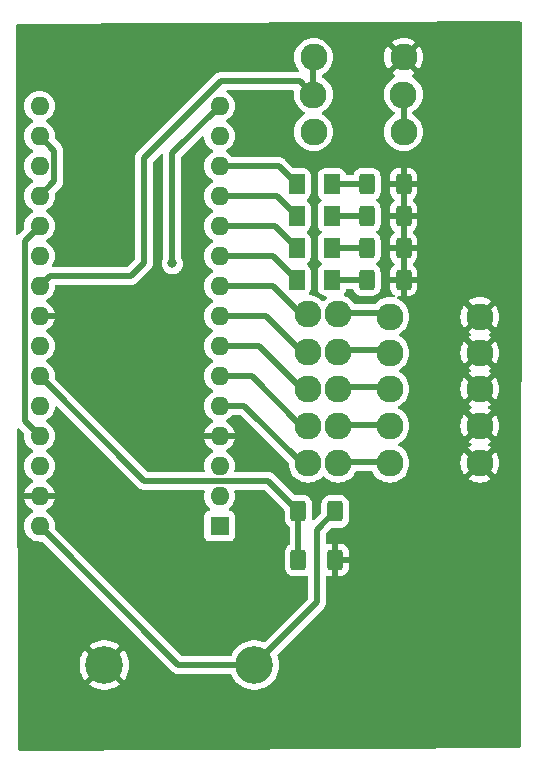
<source format=gbr>
%TF.GenerationSoftware,KiCad,Pcbnew,7.0.2-0*%
%TF.CreationDate,2024-09-16T14:38:33-04:00*%
%TF.ProjectId,ArduinoSolderChallenge,41726475-696e-46f5-936f-6c6465724368,rev?*%
%TF.SameCoordinates,Original*%
%TF.FileFunction,Copper,L1,Top*%
%TF.FilePolarity,Positive*%
%FSLAX46Y46*%
G04 Gerber Fmt 4.6, Leading zero omitted, Abs format (unit mm)*
G04 Created by KiCad (PCBNEW 7.0.2-0) date 2024-09-16 14:38:33*
%MOMM*%
%LPD*%
G01*
G04 APERTURE LIST*
G04 Aperture macros list*
%AMRoundRect*
0 Rectangle with rounded corners*
0 $1 Rounding radius*
0 $2 $3 $4 $5 $6 $7 $8 $9 X,Y pos of 4 corners*
0 Add a 4 corners polygon primitive as box body*
4,1,4,$2,$3,$4,$5,$6,$7,$8,$9,$2,$3,0*
0 Add four circle primitives for the rounded corners*
1,1,$1+$1,$2,$3*
1,1,$1+$1,$4,$5*
1,1,$1+$1,$6,$7*
1,1,$1+$1,$8,$9*
0 Add four rect primitives between the rounded corners*
20,1,$1+$1,$2,$3,$4,$5,0*
20,1,$1+$1,$4,$5,$6,$7,0*
20,1,$1+$1,$6,$7,$8,$9,0*
20,1,$1+$1,$8,$9,$2,$3,0*%
G04 Aperture macros list end*
%TA.AperFunction,ComponentPad*%
%ADD10R,1.600000X1.600000*%
%TD*%
%TA.AperFunction,ComponentPad*%
%ADD11O,1.600000X1.600000*%
%TD*%
%TA.AperFunction,ComponentPad*%
%ADD12C,2.286000*%
%TD*%
%TA.AperFunction,SMDPad,CuDef*%
%ADD13RoundRect,0.250000X0.400000X0.625000X-0.400000X0.625000X-0.400000X-0.625000X0.400000X-0.625000X0*%
%TD*%
%TA.AperFunction,SMDPad,CuDef*%
%ADD14RoundRect,0.250001X0.462499X0.624999X-0.462499X0.624999X-0.462499X-0.624999X0.462499X-0.624999X0*%
%TD*%
%TA.AperFunction,SMDPad,CuDef*%
%ADD15RoundRect,0.250000X-0.400000X-0.625000X0.400000X-0.625000X0.400000X0.625000X-0.400000X0.625000X0*%
%TD*%
%TA.AperFunction,ComponentPad*%
%ADD16C,3.196000*%
%TD*%
%TA.AperFunction,ViaPad*%
%ADD17C,0.800000*%
%TD*%
%TA.AperFunction,Conductor*%
%ADD18C,0.508000*%
%TD*%
G04 APERTURE END LIST*
D10*
%TO.P,A1,1,TX1*%
%TO.N,unconnected-(A1-TX1-Pad1)*%
X59300000Y-61990000D03*
D11*
%TO.P,A1,2,RX1*%
%TO.N,unconnected-(A1-RX1-Pad2)*%
X59300000Y-59450000D03*
%TO.P,A1,3,~{RESET}*%
%TO.N,unconnected-(A1-~{RESET}-Pad3)*%
X59300000Y-56910000D03*
%TO.P,A1,4,GND*%
%TO.N,GND*%
X59300000Y-54370000D03*
%TO.P,A1,5,D2*%
%TO.N,Net-(A1-D2)*%
X59300000Y-51830000D03*
%TO.P,A1,6,D3*%
%TO.N,Net-(A1-D3)*%
X59300000Y-49290000D03*
%TO.P,A1,7,D4*%
%TO.N,Net-(A1-D4)*%
X59300000Y-46750000D03*
%TO.P,A1,8,D5*%
%TO.N,Net-(A1-D5)*%
X59300000Y-44210000D03*
%TO.P,A1,9,D6*%
%TO.N,Net-(A1-D6)*%
X59300000Y-41670000D03*
%TO.P,A1,10,D7*%
%TO.N,Net-(A1-D7)*%
X59300000Y-39130000D03*
%TO.P,A1,11,D8*%
%TO.N,Net-(A1-D8)*%
X59300000Y-36590000D03*
%TO.P,A1,12,D9*%
%TO.N,Net-(A1-D9)*%
X59300000Y-34050000D03*
%TO.P,A1,13,D10*%
%TO.N,Net-(A1-D10)*%
X59300000Y-31510000D03*
%TO.P,A1,14,MOSI*%
%TO.N,unconnected-(A1-MOSI-Pad14)*%
X59300000Y-28970000D03*
%TO.P,A1,15,MISO*%
%TO.N,Net-(A1-A7)*%
X59300000Y-26430000D03*
%TO.P,A1,16,SCK*%
%TO.N,unconnected-(A1-SCK-Pad16)*%
X44060000Y-26430000D03*
%TO.P,A1,17,3V3*%
%TO.N,+3.3V*%
X44060000Y-28970000D03*
%TO.P,A1,18,AREF*%
%TO.N,unconnected-(A1-AREF-Pad18)*%
X44060000Y-31510000D03*
%TO.P,A1,19,A0*%
%TO.N,+3.3V*%
X44060000Y-34050000D03*
%TO.P,A1,20,A1*%
%TO.N,+5V*%
X44060000Y-36590000D03*
%TO.P,A1,21,A2*%
%TO.N,Net-(A1-A2)*%
X44060000Y-39130000D03*
%TO.P,A1,22,A3*%
%TO.N,Net-(A1-A3)*%
X44060000Y-41670000D03*
%TO.P,A1,23,SDA/A4*%
%TO.N,GND*%
X44060000Y-44210000D03*
%TO.P,A1,24,SCL/A5*%
%TO.N,unconnected-(A1-SCL{slash}A5-Pad24)*%
X44060000Y-46750000D03*
%TO.P,A1,25,A6*%
%TO.N,Net-(A1-A6)*%
X44060000Y-49290000D03*
%TO.P,A1,26,A7*%
%TO.N,Net-(A1-A7)*%
X44060000Y-51830000D03*
%TO.P,A1,27,+5V*%
%TO.N,+5V*%
X44060000Y-54370000D03*
%TO.P,A1,28,~{RESET}*%
%TO.N,unconnected-(A1-~{RESET}-Pad28)*%
X44060000Y-56910000D03*
%TO.P,A1,29,GND*%
%TO.N,GND*%
X44060000Y-59450000D03*
%TO.P,A1,30,VIN*%
%TO.N,+BATT*%
X44060000Y-61990000D03*
%TD*%
D12*
%TO.P,D5,1,K*%
%TO.N,Net-(D5-K)*%
X69340000Y-44060000D03*
%TO.P,D5,2,A*%
%TO.N,Net-(A1-D6)*%
X66800000Y-44060000D03*
%TD*%
%TO.P,D1,1,K*%
%TO.N,Net-(D1-K)*%
X69340000Y-56660000D03*
%TO.P,D1,2,A*%
%TO.N,Net-(A1-D2)*%
X66800000Y-56660000D03*
%TD*%
%TO.P,R1,1*%
%TO.N,GND*%
X81340000Y-56660000D03*
%TO.P,R1,2*%
%TO.N,Net-(D1-K)*%
X73720000Y-56660000D03*
%TD*%
D13*
%TO.P,R6,1*%
%TO.N,GND*%
X74880000Y-41150000D03*
%TO.P,R6,2*%
%TO.N,Net-(D6-K)*%
X71780000Y-41150000D03*
%TD*%
D12*
%TO.P,R5,1*%
%TO.N,GND*%
X81340000Y-44260000D03*
%TO.P,R5,2*%
%TO.N,Net-(D5-K)*%
X73720000Y-44260000D03*
%TD*%
D14*
%TO.P,D9,1,K*%
%TO.N,Net-(D9-K)*%
X68817500Y-33050000D03*
%TO.P,D9,2,A*%
%TO.N,Net-(A1-D10)*%
X65842500Y-33050000D03*
%TD*%
D15*
%TO.P,R14,1*%
%TO.N,Net-(A1-A6)*%
X65980000Y-64850000D03*
%TO.P,R14,2*%
%TO.N,GND*%
X69080000Y-64850000D03*
%TD*%
D13*
%TO.P,R13,1*%
%TO.N,+BATT*%
X69080000Y-60750000D03*
%TO.P,R13,2*%
%TO.N,Net-(A1-A6)*%
X65980000Y-60750000D03*
%TD*%
D14*
%TO.P,D6,1,K*%
%TO.N,Net-(D6-K)*%
X68817500Y-41150000D03*
%TO.P,D6,2,A*%
%TO.N,Net-(A1-D7)*%
X65842500Y-41150000D03*
%TD*%
D12*
%TO.P,R12,1*%
%TO.N,Net-(A1-A3)*%
X67260000Y-22300000D03*
%TO.P,R12,2*%
%TO.N,GND*%
X74880000Y-22300000D03*
%TD*%
%TO.P,R3,1*%
%TO.N,GND*%
X81340000Y-50360000D03*
%TO.P,R3,2*%
%TO.N,Net-(D3-K)*%
X73720000Y-50360000D03*
%TD*%
D16*
%TO.P,BT1,1,+*%
%TO.N,+BATT*%
X62250000Y-73750000D03*
%TO.P,BT1,2,-*%
%TO.N,GND*%
X49550000Y-73750000D03*
%TD*%
D12*
%TO.P,R10,1*%
%TO.N,+5V*%
X67260000Y-28600000D03*
%TO.P,R10,2*%
%TO.N,Net-(A1-A2)*%
X74880000Y-28600000D03*
%TD*%
%TO.P,D3,1,K*%
%TO.N,Net-(D3-K)*%
X69340000Y-50360000D03*
%TO.P,D3,2,A*%
%TO.N,Net-(A1-D4)*%
X66800000Y-50360000D03*
%TD*%
D13*
%TO.P,R7,1*%
%TO.N,GND*%
X74880000Y-38450000D03*
%TO.P,R7,2*%
%TO.N,Net-(D7-K)*%
X71780000Y-38450000D03*
%TD*%
D12*
%TO.P,R2,1*%
%TO.N,GND*%
X81340000Y-53510000D03*
%TO.P,R2,2*%
%TO.N,Net-(D2-K)*%
X73720000Y-53510000D03*
%TD*%
%TO.P,D4,1,K*%
%TO.N,Net-(D4-K)*%
X69340000Y-47210000D03*
%TO.P,D4,2,A*%
%TO.N,Net-(A1-D5)*%
X66800000Y-47210000D03*
%TD*%
D13*
%TO.P,R8,1*%
%TO.N,GND*%
X74880000Y-35750000D03*
%TO.P,R8,2*%
%TO.N,Net-(D8-K)*%
X71780000Y-35750000D03*
%TD*%
D12*
%TO.P,R4,1*%
%TO.N,GND*%
X81340000Y-47310000D03*
%TO.P,R4,2*%
%TO.N,Net-(D4-K)*%
X73720000Y-47310000D03*
%TD*%
%TO.P,R11,1*%
%TO.N,Net-(A1-A2)*%
X74860000Y-25450000D03*
%TO.P,R11,2*%
%TO.N,Net-(A1-A3)*%
X67240000Y-25450000D03*
%TD*%
%TO.P,D2,1,K*%
%TO.N,Net-(D2-K)*%
X69340000Y-53510000D03*
%TO.P,D2,2,A*%
%TO.N,Net-(A1-D3)*%
X66800000Y-53510000D03*
%TD*%
D14*
%TO.P,D7,1,K*%
%TO.N,Net-(D7-K)*%
X68817500Y-38450000D03*
%TO.P,D7,2,A*%
%TO.N,Net-(A1-D8)*%
X65842500Y-38450000D03*
%TD*%
D13*
%TO.P,R9,1*%
%TO.N,GND*%
X74880000Y-33050000D03*
%TO.P,R9,2*%
%TO.N,Net-(D9-K)*%
X71780000Y-33050000D03*
%TD*%
D14*
%TO.P,D8,1,K*%
%TO.N,Net-(D8-K)*%
X68817500Y-35750000D03*
%TO.P,D8,2,A*%
%TO.N,Net-(A1-D9)*%
X65842500Y-35750000D03*
%TD*%
D17*
%TO.N,Net-(A1-A7)*%
X55300000Y-39750000D03*
%TD*%
D18*
%TO.N,Net-(A1-D2)*%
X66240000Y-56660000D02*
X66800000Y-56660000D01*
X59300000Y-51830000D02*
X61410000Y-51830000D01*
X61410000Y-51830000D02*
X66240000Y-56660000D01*
%TO.N,Net-(A1-D3)*%
X59300000Y-49290000D02*
X62020000Y-49290000D01*
X62020000Y-49290000D02*
X66130000Y-53400000D01*
%TO.N,Net-(A1-D4)*%
X62630000Y-46750000D02*
X66130000Y-50250000D01*
X59300000Y-46750000D02*
X62630000Y-46750000D01*
%TO.N,Net-(A1-D5)*%
X59300000Y-44210000D02*
X63240000Y-44210000D01*
X63240000Y-44210000D02*
X66130000Y-47100000D01*
%TO.N,Net-(A1-D6)*%
X63850000Y-41670000D02*
X66130000Y-43950000D01*
X59300000Y-41670000D02*
X63850000Y-41670000D01*
%TO.N,Net-(A1-D7)*%
X59300000Y-39130000D02*
X63822500Y-39130000D01*
X63822500Y-39130000D02*
X65842500Y-41150000D01*
%TO.N,Net-(A1-D8)*%
X63982500Y-36590000D02*
X65842500Y-38450000D01*
X59300000Y-36590000D02*
X63982500Y-36590000D01*
%TO.N,Net-(A1-D9)*%
X65842500Y-35750000D02*
X64142500Y-34050000D01*
X64142500Y-34050000D02*
X59300000Y-34050000D01*
%TO.N,Net-(A1-D10)*%
X59300000Y-31510000D02*
X64302500Y-31510000D01*
X64302500Y-31510000D02*
X65842500Y-33050000D01*
%TO.N,Net-(A1-A7)*%
X55300000Y-30430000D02*
X59300000Y-26430000D01*
X55300000Y-39750000D02*
X55300000Y-30430000D01*
%TO.N,+3.3V*%
X45314000Y-30224000D02*
X45314000Y-32796000D01*
X45314000Y-32796000D02*
X44060000Y-34050000D01*
X44060000Y-28970000D02*
X45314000Y-30224000D01*
%TO.N,+5V*%
X42806000Y-37844000D02*
X42806000Y-53116000D01*
X42806000Y-53116000D02*
X44060000Y-54370000D01*
X44060000Y-36590000D02*
X42806000Y-37844000D01*
%TO.N,Net-(A1-A2)*%
X74880000Y-28600000D02*
X74880000Y-25470000D01*
X74880000Y-25470000D02*
X74860000Y-25450000D01*
%TO.N,Net-(A1-A3)*%
X66097000Y-24307000D02*
X59443000Y-24307000D01*
X52900000Y-30850000D02*
X52900000Y-39700000D01*
X67240000Y-22320000D02*
X67260000Y-22300000D01*
X51800000Y-40800000D02*
X44930000Y-40800000D01*
X67240000Y-25450000D02*
X66097000Y-24307000D01*
X44930000Y-40800000D02*
X44060000Y-41670000D01*
X59443000Y-24307000D02*
X52900000Y-30850000D01*
X52900000Y-39700000D02*
X51800000Y-40800000D01*
X67240000Y-25450000D02*
X67240000Y-22320000D01*
%TO.N,Net-(A1-A6)*%
X63394000Y-58164000D02*
X52934000Y-58164000D01*
X65980000Y-64850000D02*
X65980000Y-60750000D01*
X52934000Y-58164000D02*
X44060000Y-49290000D01*
X65980000Y-60750000D02*
X63394000Y-58164000D01*
%TO.N,+BATT*%
X69080000Y-60750000D02*
X67550000Y-62280000D01*
X62250000Y-73750000D02*
X55820000Y-73750000D01*
X67550000Y-68450000D02*
X62250000Y-73750000D01*
X67550000Y-62280000D02*
X67550000Y-68450000D01*
X55820000Y-73750000D02*
X44060000Y-61990000D01*
%TO.N,Net-(D1-K)*%
X68670000Y-56550000D02*
X73050000Y-56550000D01*
%TO.N,Net-(D2-K)*%
X68670000Y-53400000D02*
X73050000Y-53400000D01*
%TO.N,Net-(D3-K)*%
X68670000Y-50250000D02*
X73050000Y-50250000D01*
%TO.N,Net-(D4-K)*%
X68670000Y-47100000D02*
X72950000Y-47100000D01*
X72950000Y-47100000D02*
X73050000Y-47200000D01*
%TO.N,Net-(D5-K)*%
X72850000Y-43950000D02*
X73050000Y-44150000D01*
X68670000Y-43950000D02*
X72850000Y-43950000D01*
%TO.N,Net-(D6-K)*%
X68817500Y-41150000D02*
X71780000Y-41150000D01*
%TO.N,Net-(D7-K)*%
X68817500Y-38450000D02*
X71780000Y-38450000D01*
%TO.N,Net-(D8-K)*%
X68817500Y-35750000D02*
X71780000Y-35750000D01*
%TO.N,Net-(D9-K)*%
X68817500Y-33050000D02*
X71780000Y-33050000D01*
%TD*%
%TA.AperFunction,Conductor*%
%TO.N,GND*%
G36*
X84842226Y-19270022D02*
G01*
X84888288Y-19322558D01*
X84899796Y-19374928D01*
X84800200Y-80626927D01*
X84780406Y-80693934D01*
X84727528Y-80739603D01*
X84676929Y-80750723D01*
X42374223Y-80999270D01*
X42307069Y-80979980D01*
X42261004Y-80927445D01*
X42249495Y-80875776D01*
X42229057Y-75848000D01*
X42220546Y-73754224D01*
X47447387Y-73754224D01*
X47466396Y-74032124D01*
X47467546Y-74040491D01*
X47524216Y-74313204D01*
X47526498Y-74321349D01*
X47619774Y-74583801D01*
X47623144Y-74591560D01*
X47751292Y-74838874D01*
X47755686Y-74846101D01*
X47898303Y-75048143D01*
X48621382Y-74325064D01*
X48722486Y-74467045D01*
X48873142Y-74610695D01*
X48976458Y-74677092D01*
X48253620Y-75399930D01*
X48334016Y-75465337D01*
X48340910Y-75470204D01*
X48578913Y-75614938D01*
X48586412Y-75618823D01*
X48841887Y-75729790D01*
X48849863Y-75732625D01*
X49118072Y-75807775D01*
X49126350Y-75809495D01*
X49402295Y-75847423D01*
X49410730Y-75848000D01*
X49689270Y-75848000D01*
X49697704Y-75847423D01*
X49973649Y-75809495D01*
X49981927Y-75807775D01*
X50250136Y-75732625D01*
X50258112Y-75729790D01*
X50513587Y-75618823D01*
X50521086Y-75614938D01*
X50759091Y-75470203D01*
X50765982Y-75465338D01*
X50846377Y-75399930D01*
X50125882Y-74679435D01*
X50141979Y-74671137D01*
X50305608Y-74542458D01*
X50441926Y-74385138D01*
X50477344Y-74323791D01*
X51201696Y-75048143D01*
X51201696Y-75048142D01*
X51344313Y-74846099D01*
X51348709Y-74838871D01*
X51476855Y-74591560D01*
X51480225Y-74583801D01*
X51573501Y-74321349D01*
X51575783Y-74313204D01*
X51632453Y-74040491D01*
X51633603Y-74032124D01*
X51652613Y-73754224D01*
X51652613Y-73745775D01*
X51633603Y-73467875D01*
X51632453Y-73459508D01*
X51575783Y-73186795D01*
X51573501Y-73178650D01*
X51480225Y-72916198D01*
X51476855Y-72908439D01*
X51348709Y-72661128D01*
X51344313Y-72653900D01*
X51201695Y-72451855D01*
X50478616Y-73174934D01*
X50377514Y-73032955D01*
X50226858Y-72889305D01*
X50123540Y-72822906D01*
X50846378Y-72100068D01*
X50765983Y-72034662D01*
X50759089Y-72029795D01*
X50521086Y-71885061D01*
X50513587Y-71881176D01*
X50258112Y-71770209D01*
X50250136Y-71767374D01*
X49981927Y-71692224D01*
X49973649Y-71690504D01*
X49697704Y-71652576D01*
X49689270Y-71652000D01*
X49410730Y-71652000D01*
X49402295Y-71652576D01*
X49126350Y-71690504D01*
X49118072Y-71692224D01*
X48849863Y-71767374D01*
X48841887Y-71770209D01*
X48586412Y-71881176D01*
X48578913Y-71885061D01*
X48340910Y-72029795D01*
X48334015Y-72034662D01*
X48253620Y-72100068D01*
X48974117Y-72820564D01*
X48958021Y-72828863D01*
X48794392Y-72957542D01*
X48658074Y-73114862D01*
X48622655Y-73176207D01*
X47898303Y-72451855D01*
X47755686Y-72653897D01*
X47751292Y-72661125D01*
X47623144Y-72908439D01*
X47619774Y-72916198D01*
X47526498Y-73178650D01*
X47524216Y-73186795D01*
X47467546Y-73459508D01*
X47466396Y-73467875D01*
X47447387Y-73745775D01*
X47447387Y-73754224D01*
X42220546Y-73754224D01*
X42139497Y-53816379D01*
X42158908Y-53749266D01*
X42211525Y-53703297D01*
X42280643Y-53693072D01*
X42344316Y-53721839D01*
X42351176Y-53728200D01*
X42732827Y-54109851D01*
X42766312Y-54171174D01*
X42768674Y-54208339D01*
X42754531Y-54369999D01*
X42774364Y-54596689D01*
X42833261Y-54816497D01*
X42929432Y-55022735D01*
X43059953Y-55209140D01*
X43220859Y-55370046D01*
X43407263Y-55500566D01*
X43407266Y-55500568D01*
X43464683Y-55527342D01*
X43465275Y-55527618D01*
X43517714Y-55573791D01*
X43536865Y-55640985D01*
X43516649Y-55707866D01*
X43465275Y-55752382D01*
X43407263Y-55779433D01*
X43220859Y-55909953D01*
X43059953Y-56070859D01*
X42929432Y-56257264D01*
X42833261Y-56463502D01*
X42774364Y-56683310D01*
X42754531Y-56910000D01*
X42774364Y-57136689D01*
X42833261Y-57356497D01*
X42929432Y-57562735D01*
X43059953Y-57749140D01*
X43220859Y-57910046D01*
X43407264Y-58040567D01*
X43407265Y-58040567D01*
X43407266Y-58040568D01*
X43465865Y-58067893D01*
X43518304Y-58114065D01*
X43537456Y-58181259D01*
X43517240Y-58248140D01*
X43465866Y-58292656D01*
X43407522Y-58319863D01*
X43221180Y-58450341D01*
X43060341Y-58611180D01*
X42929865Y-58797519D01*
X42833733Y-59003673D01*
X42781128Y-59199999D01*
X42781128Y-59200000D01*
X43626314Y-59200000D01*
X43600507Y-59240156D01*
X43560000Y-59378111D01*
X43560000Y-59521889D01*
X43600507Y-59659844D01*
X43626314Y-59700000D01*
X42781128Y-59700000D01*
X42833733Y-59896326D01*
X42929865Y-60102480D01*
X43060341Y-60288819D01*
X43221180Y-60449658D01*
X43407519Y-60580134D01*
X43465865Y-60607342D01*
X43518304Y-60653514D01*
X43537456Y-60720708D01*
X43517240Y-60787589D01*
X43465866Y-60832105D01*
X43407267Y-60859430D01*
X43220859Y-60989953D01*
X43059953Y-61150859D01*
X42929432Y-61337264D01*
X42833261Y-61543502D01*
X42774364Y-61763310D01*
X42754531Y-61990000D01*
X42774364Y-62216689D01*
X42833261Y-62436497D01*
X42929432Y-62642735D01*
X43059953Y-62829140D01*
X43220859Y-62990046D01*
X43407264Y-63120567D01*
X43407265Y-63120567D01*
X43407266Y-63120568D01*
X43613504Y-63216739D01*
X43833308Y-63275635D01*
X43984436Y-63288856D01*
X44059999Y-63295468D01*
X44059999Y-63295467D01*
X44060000Y-63295468D01*
X44221660Y-63281324D01*
X44290158Y-63295090D01*
X44320147Y-63317171D01*
X55241234Y-74238258D01*
X55253015Y-74251890D01*
X55267460Y-74271293D01*
X55305634Y-74303325D01*
X55313609Y-74310633D01*
X55317559Y-74314583D01*
X55342011Y-74333917D01*
X55344790Y-74336181D01*
X55403502Y-74385447D01*
X55420102Y-74396022D01*
X55421207Y-74396537D01*
X55421208Y-74396538D01*
X55489534Y-74428399D01*
X55492777Y-74429968D01*
X55560189Y-74463824D01*
X55560192Y-74463824D01*
X55561288Y-74464375D01*
X55579864Y-74470831D01*
X55581055Y-74471077D01*
X55581060Y-74471079D01*
X55654993Y-74486344D01*
X55658354Y-74487089D01*
X55731812Y-74504500D01*
X55731817Y-74504500D01*
X55732994Y-74504779D01*
X55752571Y-74506780D01*
X55753790Y-74506744D01*
X55753793Y-74506745D01*
X55825051Y-74504671D01*
X55829161Y-74504552D01*
X55832767Y-74504500D01*
X60203530Y-74504500D01*
X60270569Y-74524185D01*
X60316324Y-74576989D01*
X60318883Y-74583301D01*
X60317630Y-74580125D01*
X60319313Y-74584001D01*
X60320734Y-74587998D01*
X60322681Y-74591756D01*
X60322683Y-74591760D01*
X60363813Y-74671137D01*
X60452811Y-74842895D01*
X60455257Y-74846360D01*
X60615921Y-75073970D01*
X60615925Y-75073975D01*
X60618366Y-75077433D01*
X60814315Y-75287243D01*
X61037008Y-75468418D01*
X61282297Y-75617581D01*
X61482709Y-75704632D01*
X61540628Y-75729790D01*
X61545613Y-75731955D01*
X61763765Y-75793078D01*
X61817970Y-75808266D01*
X61817972Y-75808266D01*
X61822050Y-75809409D01*
X62106459Y-75848500D01*
X62110696Y-75848500D01*
X62389304Y-75848500D01*
X62393541Y-75848500D01*
X62677950Y-75809409D01*
X62954387Y-75731955D01*
X63217703Y-75617581D01*
X63462992Y-75468418D01*
X63685685Y-75287243D01*
X63881634Y-75077433D01*
X64047189Y-74842895D01*
X64179266Y-74587998D01*
X64275404Y-74317492D01*
X64333813Y-74036413D01*
X64353404Y-73750000D01*
X64333813Y-73463587D01*
X64275404Y-73182508D01*
X64208941Y-72995500D01*
X64199142Y-72967927D01*
X64195240Y-72898166D01*
X64228299Y-72838723D01*
X68038264Y-69028758D01*
X68051883Y-69016988D01*
X68071294Y-69002539D01*
X68103324Y-68964366D01*
X68110638Y-68956386D01*
X68111234Y-68955789D01*
X68114583Y-68952441D01*
X68133927Y-68927974D01*
X68136161Y-68925232D01*
X68184667Y-68867427D01*
X68184668Y-68867424D01*
X68185449Y-68866494D01*
X68196018Y-68849904D01*
X68196534Y-68848797D01*
X68196539Y-68848791D01*
X68228445Y-68780366D01*
X68229958Y-68777241D01*
X68263824Y-68709811D01*
X68263824Y-68709809D01*
X68264374Y-68708715D01*
X68270830Y-68690142D01*
X68271077Y-68688943D01*
X68271079Y-68688940D01*
X68286345Y-68615001D01*
X68287101Y-68611596D01*
X68304500Y-68538188D01*
X68304500Y-68538185D01*
X68304780Y-68537004D01*
X68306781Y-68517425D01*
X68304552Y-68440804D01*
X68304500Y-68437198D01*
X68304500Y-66312396D01*
X68324185Y-66245357D01*
X68376989Y-66199602D01*
X68446147Y-66189658D01*
X68467505Y-66194690D01*
X68527305Y-66214506D01*
X68626890Y-66224680D01*
X68633168Y-66224999D01*
X68829999Y-66224999D01*
X68830000Y-66224998D01*
X68830000Y-65100000D01*
X69330000Y-65100000D01*
X69330000Y-66224999D01*
X69526829Y-66224999D01*
X69533111Y-66224678D01*
X69632695Y-66214506D01*
X69799122Y-66159357D01*
X69948345Y-66067316D01*
X70072316Y-65943345D01*
X70164357Y-65794122D01*
X70219506Y-65627696D01*
X70229680Y-65528109D01*
X70230000Y-65521831D01*
X70230000Y-65100000D01*
X69330000Y-65100000D01*
X68830000Y-65100000D01*
X68830000Y-63475000D01*
X69330000Y-63475000D01*
X69330000Y-64600000D01*
X70229999Y-64600000D01*
X70229999Y-64178170D01*
X70229678Y-64171888D01*
X70219506Y-64072304D01*
X70164357Y-63905877D01*
X70072316Y-63756654D01*
X69948345Y-63632683D01*
X69799122Y-63540642D01*
X69632696Y-63485493D01*
X69533109Y-63475319D01*
X69526832Y-63475000D01*
X69330000Y-63475000D01*
X68830000Y-63475000D01*
X68633171Y-63475000D01*
X68626888Y-63475321D01*
X68527302Y-63485493D01*
X68467503Y-63505309D01*
X68397674Y-63507710D01*
X68337633Y-63471978D01*
X68306441Y-63409457D01*
X68304500Y-63387603D01*
X68304500Y-62643885D01*
X68324185Y-62576846D01*
X68340815Y-62556208D01*
X68735205Y-62161817D01*
X68796528Y-62128333D01*
X68822886Y-62125499D01*
X69526859Y-62125499D01*
X69530008Y-62125499D01*
X69632797Y-62114999D01*
X69799334Y-62059814D01*
X69948656Y-61967712D01*
X70072712Y-61843656D01*
X70164814Y-61694334D01*
X70219999Y-61527797D01*
X70230500Y-61425009D01*
X70230499Y-60074992D01*
X70219999Y-59972203D01*
X70164814Y-59805666D01*
X70072712Y-59656344D01*
X70072711Y-59656342D01*
X69948657Y-59532288D01*
X69799334Y-59440186D01*
X69632797Y-59385000D01*
X69533141Y-59374819D01*
X69533122Y-59374818D01*
X69530009Y-59374500D01*
X69526860Y-59374500D01*
X68633141Y-59374500D01*
X68633121Y-59374500D01*
X68629992Y-59374501D01*
X68626860Y-59374820D01*
X68626858Y-59374821D01*
X68527203Y-59385000D01*
X68360665Y-59440186D01*
X68211342Y-59532288D01*
X68087288Y-59656342D01*
X67995186Y-59805665D01*
X67940000Y-59972202D01*
X67929819Y-60071858D01*
X67929817Y-60071878D01*
X67929500Y-60074991D01*
X67929500Y-60078138D01*
X67929500Y-60078139D01*
X67929500Y-60782112D01*
X67909815Y-60849151D01*
X67893181Y-60869793D01*
X67342180Y-61420793D01*
X67280857Y-61454278D01*
X67211165Y-61449294D01*
X67155232Y-61407422D01*
X67130815Y-61341958D01*
X67130499Y-61333138D01*
X67130499Y-60074992D01*
X67119999Y-59972203D01*
X67064814Y-59805666D01*
X66972712Y-59656344D01*
X66972711Y-59656342D01*
X66848657Y-59532288D01*
X66699334Y-59440186D01*
X66532797Y-59385000D01*
X66433141Y-59374819D01*
X66433122Y-59374818D01*
X66430009Y-59374500D01*
X66426860Y-59374500D01*
X65722886Y-59374500D01*
X65655847Y-59354815D01*
X65635205Y-59338181D01*
X63972766Y-57675742D01*
X63960983Y-57662108D01*
X63946538Y-57642705D01*
X63908365Y-57610674D01*
X63900389Y-57603365D01*
X63898993Y-57601969D01*
X63896441Y-57599417D01*
X63893613Y-57597181D01*
X63893603Y-57597172D01*
X63871988Y-57580081D01*
X63869191Y-57577803D01*
X63810497Y-57528552D01*
X63793898Y-57517976D01*
X63724442Y-57485589D01*
X63721197Y-57484018D01*
X63652722Y-57449629D01*
X63634125Y-57443165D01*
X63559086Y-57427670D01*
X63555569Y-57426890D01*
X63481005Y-57409219D01*
X63461425Y-57407218D01*
X63384804Y-57409448D01*
X63381198Y-57409500D01*
X60674137Y-57409500D01*
X60607098Y-57389815D01*
X60561343Y-57337011D01*
X60551399Y-57267853D01*
X60554362Y-57253407D01*
X60585635Y-57136691D01*
X60605468Y-56910000D01*
X60591892Y-56754823D01*
X60585635Y-56683308D01*
X60526739Y-56463504D01*
X60430568Y-56257266D01*
X60355961Y-56150714D01*
X60300046Y-56070859D01*
X60139140Y-55909953D01*
X59952736Y-55779433D01*
X59894725Y-55752382D01*
X59894132Y-55752105D01*
X59841695Y-55705933D01*
X59822543Y-55638739D01*
X59842759Y-55571858D01*
X59894135Y-55527342D01*
X59952479Y-55500135D01*
X60138819Y-55369658D01*
X60299658Y-55208819D01*
X60430134Y-55022480D01*
X60526266Y-54816326D01*
X60578872Y-54620000D01*
X59733686Y-54620000D01*
X59759493Y-54579844D01*
X59800000Y-54441889D01*
X59800000Y-54298111D01*
X59759493Y-54160156D01*
X59733686Y-54120000D01*
X60578872Y-54120000D01*
X60578871Y-54119999D01*
X60526266Y-53923673D01*
X60430134Y-53717519D01*
X60299658Y-53531180D01*
X60138819Y-53370341D01*
X59952482Y-53239866D01*
X59894133Y-53212657D01*
X59841694Y-53166484D01*
X59822543Y-53099290D01*
X59842759Y-53032409D01*
X59894134Y-52987893D01*
X59952734Y-52960568D01*
X60139139Y-52830047D01*
X60300047Y-52669139D01*
X60322285Y-52637378D01*
X60376863Y-52593752D01*
X60423862Y-52584500D01*
X61046114Y-52584500D01*
X61113153Y-52604185D01*
X61133795Y-52620819D01*
X65117229Y-56604253D01*
X65150714Y-56665576D01*
X65153165Y-56682199D01*
X65158881Y-56754823D01*
X65171715Y-56917896D01*
X65232104Y-57169440D01*
X65266885Y-57253407D01*
X65331103Y-57408441D01*
X65378379Y-57485589D01*
X65466270Y-57629014D01*
X65634275Y-57825724D01*
X65830985Y-57993729D01*
X65830987Y-57993730D01*
X65830988Y-57993731D01*
X66051559Y-58128897D01*
X66212678Y-58195635D01*
X66290559Y-58227895D01*
X66367990Y-58246484D01*
X66542105Y-58288285D01*
X66800000Y-58308582D01*
X67057895Y-58288285D01*
X67309440Y-58227895D01*
X67548441Y-58128897D01*
X67769012Y-57993731D01*
X67965724Y-57825724D01*
X67975709Y-57814032D01*
X68034213Y-57775839D01*
X68104081Y-57775338D01*
X68163128Y-57812690D01*
X68164219Y-57813949D01*
X68174276Y-57825724D01*
X68370988Y-57993731D01*
X68591559Y-58128897D01*
X68752678Y-58195635D01*
X68830559Y-58227895D01*
X68907990Y-58246484D01*
X69082105Y-58288285D01*
X69340000Y-58308582D01*
X69597895Y-58288285D01*
X69849440Y-58227895D01*
X70088441Y-58128897D01*
X70309012Y-57993731D01*
X70505724Y-57825724D01*
X70673731Y-57629012D01*
X70808897Y-57408441D01*
X70820244Y-57381044D01*
X70864086Y-57326643D01*
X70930381Y-57304579D01*
X70934805Y-57304500D01*
X72125195Y-57304500D01*
X72192234Y-57324185D01*
X72237989Y-57376989D01*
X72239747Y-57381025D01*
X72251103Y-57408441D01*
X72251104Y-57408442D01*
X72251105Y-57408444D01*
X72386270Y-57629014D01*
X72554275Y-57825724D01*
X72750985Y-57993729D01*
X72750987Y-57993730D01*
X72750988Y-57993731D01*
X72971559Y-58128897D01*
X73132678Y-58195635D01*
X73210559Y-58227895D01*
X73287990Y-58246484D01*
X73462105Y-58288285D01*
X73720000Y-58308582D01*
X73977895Y-58288285D01*
X74229440Y-58227895D01*
X74468441Y-58128897D01*
X74689012Y-57993731D01*
X74885724Y-57825724D01*
X75053731Y-57629012D01*
X75188897Y-57408441D01*
X75287895Y-57169440D01*
X75348285Y-56917895D01*
X75368582Y-56660000D01*
X79691920Y-56660000D01*
X79712211Y-56917818D01*
X79772582Y-57169285D01*
X79871551Y-57408214D01*
X80006674Y-57628716D01*
X80011767Y-57634679D01*
X80955096Y-56691350D01*
X80955051Y-56691898D01*
X80986266Y-56815162D01*
X81055813Y-56921612D01*
X81156157Y-56999713D01*
X81276422Y-57041000D01*
X81312553Y-57041000D01*
X80365320Y-57988231D01*
X80371284Y-57993325D01*
X80591785Y-58128448D01*
X80830714Y-58227417D01*
X81082181Y-58287788D01*
X81339999Y-58308079D01*
X81597818Y-58287788D01*
X81849285Y-58227417D01*
X82088214Y-58128448D01*
X82308716Y-57993325D01*
X82314678Y-57988232D01*
X82314678Y-57988231D01*
X81367447Y-57041000D01*
X81371569Y-57041000D01*
X81465421Y-57025339D01*
X81577251Y-56964820D01*
X81663371Y-56871269D01*
X81714448Y-56754823D01*
X81720105Y-56686552D01*
X82668231Y-57634678D01*
X82668232Y-57634678D01*
X82673325Y-57628716D01*
X82808448Y-57408214D01*
X82907417Y-57169285D01*
X82967788Y-56917818D01*
X82988079Y-56660000D01*
X82967788Y-56402181D01*
X82907417Y-56150714D01*
X82808448Y-55911785D01*
X82673325Y-55691284D01*
X82668231Y-55685320D01*
X81724903Y-56628648D01*
X81724949Y-56628102D01*
X81693734Y-56504838D01*
X81624187Y-56398388D01*
X81523843Y-56320287D01*
X81403578Y-56279000D01*
X81367448Y-56279000D01*
X82314679Y-55331767D01*
X82308720Y-55326677D01*
X82086869Y-55190728D01*
X82039994Y-55138916D01*
X82028571Y-55069986D01*
X82056228Y-55005823D01*
X82086869Y-54979272D01*
X82308721Y-54843321D01*
X82314678Y-54838232D01*
X82314678Y-54838231D01*
X81367447Y-53891000D01*
X81371569Y-53891000D01*
X81465421Y-53875339D01*
X81577251Y-53814820D01*
X81663371Y-53721269D01*
X81714448Y-53604823D01*
X81720105Y-53536552D01*
X82668231Y-54484678D01*
X82668232Y-54484678D01*
X82673325Y-54478716D01*
X82808448Y-54258214D01*
X82907417Y-54019285D01*
X82967788Y-53767818D01*
X82988079Y-53509999D01*
X82967788Y-53252181D01*
X82907417Y-53000714D01*
X82808448Y-52761785D01*
X82673325Y-52541284D01*
X82668231Y-52535320D01*
X81724903Y-53478648D01*
X81724949Y-53478102D01*
X81693734Y-53354838D01*
X81624187Y-53248388D01*
X81523843Y-53170287D01*
X81403578Y-53129000D01*
X81367448Y-53129000D01*
X82314679Y-52181767D01*
X82308720Y-52176677D01*
X82086869Y-52040728D01*
X82039994Y-51988916D01*
X82028571Y-51919986D01*
X82056228Y-51855823D01*
X82086869Y-51829272D01*
X82308721Y-51693321D01*
X82314678Y-51688232D01*
X82314678Y-51688231D01*
X81367447Y-50741000D01*
X81371569Y-50741000D01*
X81465421Y-50725339D01*
X81577251Y-50664820D01*
X81663371Y-50571269D01*
X81714448Y-50454823D01*
X81720105Y-50386552D01*
X82668231Y-51334678D01*
X82668232Y-51334678D01*
X82673325Y-51328716D01*
X82808448Y-51108214D01*
X82907417Y-50869285D01*
X82967788Y-50617818D01*
X82988079Y-50359999D01*
X82967788Y-50102181D01*
X82907417Y-49850714D01*
X82808448Y-49611785D01*
X82673325Y-49391284D01*
X82668231Y-49385320D01*
X81724903Y-50328648D01*
X81724949Y-50328102D01*
X81693734Y-50204838D01*
X81624187Y-50098388D01*
X81523843Y-50020287D01*
X81403578Y-49979000D01*
X81367448Y-49979000D01*
X82314679Y-49031767D01*
X82308715Y-49026674D01*
X82168463Y-48940727D01*
X82121588Y-48888915D01*
X82110165Y-48819986D01*
X82137822Y-48755823D01*
X82168463Y-48729273D01*
X82308716Y-48643325D01*
X82314678Y-48638232D01*
X82314678Y-48638231D01*
X81367447Y-47691000D01*
X81371569Y-47691000D01*
X81465421Y-47675339D01*
X81577251Y-47614820D01*
X81663371Y-47521269D01*
X81714448Y-47404823D01*
X81720105Y-47336552D01*
X82668231Y-48284678D01*
X82668232Y-48284678D01*
X82673325Y-48278716D01*
X82808448Y-48058214D01*
X82907417Y-47819285D01*
X82967788Y-47567818D01*
X82988079Y-47309999D01*
X82967788Y-47052181D01*
X82907417Y-46800714D01*
X82808448Y-46561785D01*
X82673325Y-46341284D01*
X82668231Y-46335320D01*
X81724903Y-47278648D01*
X81724949Y-47278102D01*
X81693734Y-47154838D01*
X81624187Y-47048388D01*
X81523843Y-46970287D01*
X81403578Y-46929000D01*
X81367445Y-46929000D01*
X82314679Y-45981767D01*
X82308715Y-45976674D01*
X82168463Y-45890727D01*
X82121588Y-45838915D01*
X82110165Y-45769986D01*
X82137822Y-45705823D01*
X82168463Y-45679273D01*
X82308716Y-45593325D01*
X82314678Y-45588232D01*
X82314678Y-45588231D01*
X81367447Y-44641000D01*
X81371569Y-44641000D01*
X81465421Y-44625339D01*
X81577251Y-44564820D01*
X81663371Y-44471269D01*
X81714448Y-44354823D01*
X81720105Y-44286551D01*
X82668231Y-45234678D01*
X82668232Y-45234678D01*
X82673325Y-45228716D01*
X82808448Y-45008214D01*
X82907417Y-44769285D01*
X82967788Y-44517818D01*
X82988079Y-44259999D01*
X82967788Y-44002181D01*
X82907417Y-43750714D01*
X82808448Y-43511785D01*
X82673325Y-43291284D01*
X82668231Y-43285319D01*
X81724903Y-44228647D01*
X81724949Y-44228102D01*
X81693734Y-44104838D01*
X81624187Y-43998388D01*
X81523843Y-43920287D01*
X81403578Y-43879000D01*
X81367446Y-43879000D01*
X82314679Y-42931767D01*
X82308716Y-42926674D01*
X82088214Y-42791551D01*
X81849285Y-42692582D01*
X81597818Y-42632211D01*
X81340000Y-42611920D01*
X81082181Y-42632211D01*
X80830714Y-42692582D01*
X80591785Y-42791551D01*
X80371285Y-42926673D01*
X80365320Y-42931767D01*
X81312554Y-43879000D01*
X81308431Y-43879000D01*
X81214579Y-43894661D01*
X81102749Y-43955180D01*
X81016629Y-44048731D01*
X80965552Y-44165177D01*
X80959894Y-44233446D01*
X80011767Y-43285320D01*
X80006673Y-43291285D01*
X79871551Y-43511785D01*
X79772582Y-43750714D01*
X79712211Y-44002181D01*
X79691920Y-44259999D01*
X79712211Y-44517818D01*
X79772582Y-44769285D01*
X79871551Y-45008214D01*
X80006674Y-45228716D01*
X80011767Y-45234679D01*
X80955096Y-44291350D01*
X80955051Y-44291898D01*
X80986266Y-44415162D01*
X81055813Y-44521612D01*
X81156157Y-44599713D01*
X81276422Y-44641000D01*
X81312553Y-44641000D01*
X80365320Y-45588231D01*
X80371284Y-45593325D01*
X80511537Y-45679273D01*
X80558412Y-45731085D01*
X80569835Y-45800014D01*
X80542178Y-45864177D01*
X80511537Y-45890727D01*
X80371285Y-45976673D01*
X80365320Y-45981767D01*
X81312553Y-46929000D01*
X81308431Y-46929000D01*
X81214579Y-46944661D01*
X81102749Y-47005180D01*
X81016629Y-47098731D01*
X80965552Y-47215177D01*
X80959894Y-47283446D01*
X80011767Y-46335320D01*
X80006673Y-46341285D01*
X79871551Y-46561785D01*
X79772582Y-46800714D01*
X79712211Y-47052181D01*
X79691920Y-47309999D01*
X79712211Y-47567818D01*
X79772582Y-47819285D01*
X79871551Y-48058214D01*
X80006674Y-48278716D01*
X80011767Y-48284679D01*
X80955096Y-47341348D01*
X80955051Y-47341898D01*
X80986266Y-47465162D01*
X81055813Y-47571612D01*
X81156157Y-47649713D01*
X81276422Y-47691000D01*
X81312553Y-47691000D01*
X80365320Y-48638231D01*
X80371284Y-48643325D01*
X80511536Y-48729273D01*
X80558411Y-48781085D01*
X80569834Y-48850015D01*
X80542176Y-48914177D01*
X80511536Y-48940727D01*
X80371285Y-49026673D01*
X80365320Y-49031767D01*
X81312553Y-49979000D01*
X81308431Y-49979000D01*
X81214579Y-49994661D01*
X81102749Y-50055180D01*
X81016629Y-50148731D01*
X80965552Y-50265177D01*
X80959894Y-50333447D01*
X80011767Y-49385320D01*
X80006673Y-49391285D01*
X79871551Y-49611785D01*
X79772582Y-49850714D01*
X79712211Y-50102181D01*
X79691920Y-50360000D01*
X79712211Y-50617818D01*
X79772582Y-50869285D01*
X79871551Y-51108214D01*
X80006674Y-51328716D01*
X80011767Y-51334679D01*
X80955096Y-50391350D01*
X80955051Y-50391898D01*
X80986266Y-50515162D01*
X81055813Y-50621612D01*
X81156157Y-50699713D01*
X81276422Y-50741000D01*
X81312553Y-50741000D01*
X80365320Y-51688231D01*
X80371284Y-51693325D01*
X80593130Y-51829273D01*
X80640005Y-51881084D01*
X80651428Y-51950014D01*
X80623771Y-52014177D01*
X80593130Y-52040727D01*
X80371285Y-52176673D01*
X80365320Y-52181767D01*
X81312553Y-53129000D01*
X81308431Y-53129000D01*
X81214579Y-53144661D01*
X81102749Y-53205180D01*
X81016629Y-53298731D01*
X80965552Y-53415177D01*
X80959894Y-53483446D01*
X80011767Y-52535320D01*
X80006673Y-52541285D01*
X79871551Y-52761785D01*
X79772582Y-53000714D01*
X79712211Y-53252181D01*
X79691920Y-53509999D01*
X79712211Y-53767818D01*
X79772582Y-54019285D01*
X79871551Y-54258214D01*
X80006674Y-54478716D01*
X80011767Y-54484679D01*
X80955096Y-53541350D01*
X80955051Y-53541898D01*
X80986266Y-53665162D01*
X81055813Y-53771612D01*
X81156157Y-53849713D01*
X81276422Y-53891000D01*
X81312553Y-53891000D01*
X80365320Y-54838231D01*
X80371284Y-54843325D01*
X80593130Y-54979273D01*
X80640005Y-55031084D01*
X80651428Y-55100014D01*
X80623771Y-55164177D01*
X80593130Y-55190727D01*
X80371285Y-55326673D01*
X80365320Y-55331767D01*
X81312553Y-56279000D01*
X81308431Y-56279000D01*
X81214579Y-56294661D01*
X81102749Y-56355180D01*
X81016629Y-56448731D01*
X80965552Y-56565177D01*
X80959894Y-56633446D01*
X80011767Y-55685320D01*
X80006673Y-55691285D01*
X79871551Y-55911785D01*
X79772582Y-56150714D01*
X79712211Y-56402181D01*
X79691920Y-56660000D01*
X75368582Y-56660000D01*
X75348285Y-56402105D01*
X75287895Y-56150560D01*
X75188897Y-55911559D01*
X75053731Y-55690988D01*
X75053730Y-55690987D01*
X75053729Y-55690985D01*
X74885724Y-55494275D01*
X74689014Y-55326270D01*
X74547199Y-55239366D01*
X74468441Y-55191103D01*
X74468439Y-55191102D01*
X74467827Y-55190727D01*
X74420952Y-55138916D01*
X74409529Y-55069986D01*
X74437186Y-55005823D01*
X74467827Y-54979273D01*
X74468441Y-54978897D01*
X74689012Y-54843731D01*
X74885724Y-54675724D01*
X75053731Y-54479012D01*
X75188897Y-54258441D01*
X75287895Y-54019440D01*
X75348285Y-53767895D01*
X75368582Y-53510000D01*
X75348285Y-53252105D01*
X75295541Y-53032409D01*
X75287895Y-53000559D01*
X75262035Y-52938130D01*
X75188897Y-52761559D01*
X75053731Y-52540988D01*
X75053730Y-52540987D01*
X75053729Y-52540985D01*
X74885724Y-52344275D01*
X74689014Y-52176270D01*
X74547199Y-52089366D01*
X74468441Y-52041103D01*
X74468439Y-52041102D01*
X74467827Y-52040727D01*
X74420952Y-51988916D01*
X74409529Y-51919986D01*
X74437186Y-51855823D01*
X74467827Y-51829273D01*
X74468441Y-51828897D01*
X74689012Y-51693731D01*
X74885724Y-51525724D01*
X75053731Y-51329012D01*
X75188897Y-51108441D01*
X75287895Y-50869440D01*
X75348285Y-50617895D01*
X75368582Y-50360000D01*
X75348285Y-50102105D01*
X75287895Y-49850560D01*
X75188897Y-49611559D01*
X75053731Y-49390988D01*
X75053730Y-49390987D01*
X75053729Y-49390985D01*
X74885724Y-49194275D01*
X74689014Y-49026270D01*
X74549420Y-48940726D01*
X74502545Y-48888914D01*
X74491122Y-48819984D01*
X74518780Y-48755822D01*
X74549415Y-48729275D01*
X74689012Y-48643731D01*
X74885724Y-48475724D01*
X75053731Y-48279012D01*
X75188897Y-48058441D01*
X75287895Y-47819440D01*
X75348285Y-47567895D01*
X75368582Y-47310000D01*
X75348285Y-47052105D01*
X75287895Y-46800560D01*
X75188897Y-46561559D01*
X75053731Y-46340988D01*
X75053730Y-46340987D01*
X75053729Y-46340985D01*
X74885724Y-46144275D01*
X74689014Y-45976270D01*
X74549420Y-45890726D01*
X74502545Y-45838914D01*
X74491122Y-45769984D01*
X74518780Y-45705822D01*
X74549415Y-45679275D01*
X74689012Y-45593731D01*
X74885724Y-45425724D01*
X75053731Y-45229012D01*
X75188897Y-45008441D01*
X75287895Y-44769440D01*
X75348285Y-44517895D01*
X75368582Y-44260000D01*
X75348285Y-44002105D01*
X75287895Y-43750560D01*
X75271094Y-43710000D01*
X75243413Y-43643172D01*
X75188897Y-43511559D01*
X75053731Y-43290988D01*
X75053730Y-43290987D01*
X75053729Y-43290985D01*
X74885724Y-43094275D01*
X74689014Y-42926270D01*
X74468439Y-42791101D01*
X74401947Y-42763559D01*
X74347544Y-42719718D01*
X74325480Y-42653423D01*
X74342760Y-42585724D01*
X74393898Y-42538114D01*
X74449401Y-42524999D01*
X74629999Y-42524999D01*
X74630000Y-42524998D01*
X74630000Y-41400000D01*
X75130000Y-41400000D01*
X75130000Y-42524999D01*
X75326829Y-42524999D01*
X75333111Y-42524678D01*
X75432695Y-42514506D01*
X75599122Y-42459357D01*
X75748345Y-42367316D01*
X75872316Y-42243345D01*
X75964357Y-42094122D01*
X76019506Y-41927696D01*
X76029680Y-41828109D01*
X76030000Y-41821831D01*
X76030000Y-41400000D01*
X75130000Y-41400000D01*
X74630000Y-41400000D01*
X73730001Y-41400000D01*
X73730001Y-41821829D01*
X73730321Y-41828111D01*
X73740493Y-41927695D01*
X73795642Y-42094122D01*
X73887683Y-42243345D01*
X74011654Y-42367316D01*
X74074864Y-42406304D01*
X74121589Y-42458252D01*
X74132812Y-42527214D01*
X74104969Y-42591296D01*
X74046900Y-42630153D01*
X73987647Y-42632184D01*
X73987624Y-42632481D01*
X73985003Y-42632274D01*
X73980826Y-42632418D01*
X73977900Y-42631715D01*
X73720000Y-42611418D01*
X73462103Y-42631715D01*
X73210559Y-42692104D01*
X72971557Y-42791104D01*
X72750985Y-42926270D01*
X72554278Y-43094273D01*
X72504948Y-43152032D01*
X72446441Y-43190225D01*
X72410658Y-43195500D01*
X70807219Y-43195500D01*
X70740180Y-43175815D01*
X70701493Y-43136292D01*
X70673731Y-43090988D01*
X70663860Y-43079431D01*
X70505724Y-42894275D01*
X70309014Y-42726270D01*
X70088442Y-42591103D01*
X69861667Y-42497169D01*
X69807263Y-42453327D01*
X69785199Y-42387033D01*
X69802479Y-42319334D01*
X69821435Y-42294930D01*
X69872711Y-42243655D01*
X69964814Y-42094334D01*
X69999553Y-41989496D01*
X70039327Y-41932051D01*
X70103843Y-41905228D01*
X70117260Y-41904500D01*
X70542740Y-41904500D01*
X70609779Y-41924185D01*
X70655534Y-41976989D01*
X70660446Y-41989496D01*
X70695186Y-42094334D01*
X70787288Y-42243657D01*
X70911342Y-42367711D01*
X70966979Y-42402028D01*
X71060666Y-42459814D01*
X71158111Y-42492104D01*
X71227202Y-42514999D01*
X71326858Y-42525180D01*
X71326859Y-42525180D01*
X71329991Y-42525500D01*
X72230008Y-42525499D01*
X72332797Y-42514999D01*
X72499334Y-42459814D01*
X72648656Y-42367712D01*
X72772712Y-42243656D01*
X72864814Y-42094334D01*
X72919999Y-41927797D01*
X72930500Y-41825009D01*
X72930499Y-40900000D01*
X73730000Y-40900000D01*
X74630000Y-40900000D01*
X74630000Y-38700000D01*
X75130000Y-38700000D01*
X75130000Y-40900000D01*
X76029999Y-40900000D01*
X76029999Y-40478170D01*
X76029678Y-40471888D01*
X76019506Y-40372304D01*
X75964357Y-40205877D01*
X75872316Y-40056654D01*
X75748345Y-39932683D01*
X75704337Y-39905539D01*
X75657612Y-39853591D01*
X75646389Y-39784629D01*
X75674233Y-39720546D01*
X75704337Y-39694461D01*
X75748345Y-39667316D01*
X75872316Y-39543345D01*
X75964357Y-39394122D01*
X76019506Y-39227696D01*
X76029680Y-39128109D01*
X76030000Y-39121831D01*
X76030000Y-38700000D01*
X75130000Y-38700000D01*
X74630000Y-38700000D01*
X73730001Y-38700000D01*
X73730001Y-39121829D01*
X73730321Y-39128111D01*
X73740493Y-39227695D01*
X73795642Y-39394122D01*
X73887683Y-39543345D01*
X74011655Y-39667317D01*
X74055663Y-39694462D01*
X74102388Y-39746410D01*
X74113609Y-39815372D01*
X74085766Y-39879454D01*
X74055663Y-39905538D01*
X74011655Y-39932682D01*
X73887683Y-40056654D01*
X73795642Y-40205877D01*
X73740493Y-40372303D01*
X73730319Y-40471890D01*
X73730000Y-40478168D01*
X73730000Y-40900000D01*
X72930499Y-40900000D01*
X72930499Y-40474992D01*
X72919999Y-40372203D01*
X72864814Y-40205666D01*
X72772712Y-40056344D01*
X72772711Y-40056342D01*
X72648657Y-39932288D01*
X72605289Y-39905539D01*
X72558564Y-39853592D01*
X72547341Y-39784629D01*
X72575184Y-39720547D01*
X72605289Y-39694461D01*
X72619102Y-39685940D01*
X72648656Y-39667712D01*
X72772712Y-39543656D01*
X72864814Y-39394334D01*
X72919999Y-39227797D01*
X72930500Y-39125009D01*
X72930499Y-38200000D01*
X73730000Y-38200000D01*
X74630000Y-38200000D01*
X74630000Y-36000000D01*
X75130000Y-36000000D01*
X75130000Y-38200000D01*
X76029999Y-38200000D01*
X76029999Y-37778170D01*
X76029678Y-37771888D01*
X76019506Y-37672304D01*
X75964357Y-37505877D01*
X75872316Y-37356654D01*
X75748345Y-37232683D01*
X75704337Y-37205539D01*
X75657612Y-37153591D01*
X75646389Y-37084629D01*
X75674233Y-37020546D01*
X75704337Y-36994461D01*
X75748345Y-36967316D01*
X75872316Y-36843345D01*
X75964357Y-36694122D01*
X76019506Y-36527696D01*
X76029680Y-36428109D01*
X76030000Y-36421831D01*
X76030000Y-36000000D01*
X75130000Y-36000000D01*
X74630000Y-36000000D01*
X73730001Y-36000000D01*
X73730001Y-36421829D01*
X73730321Y-36428111D01*
X73740493Y-36527695D01*
X73795642Y-36694122D01*
X73887683Y-36843345D01*
X74011655Y-36967317D01*
X74055663Y-36994462D01*
X74102388Y-37046410D01*
X74113609Y-37115372D01*
X74085766Y-37179454D01*
X74055663Y-37205538D01*
X74011655Y-37232682D01*
X73887683Y-37356654D01*
X73795642Y-37505877D01*
X73740493Y-37672303D01*
X73730319Y-37771890D01*
X73730000Y-37778168D01*
X73730000Y-38200000D01*
X72930499Y-38200000D01*
X72930499Y-37774992D01*
X72919999Y-37672203D01*
X72864814Y-37505666D01*
X72779541Y-37367415D01*
X72772711Y-37356342D01*
X72648657Y-37232288D01*
X72605289Y-37205539D01*
X72558564Y-37153592D01*
X72547341Y-37084629D01*
X72575184Y-37020547D01*
X72605289Y-36994461D01*
X72619102Y-36985940D01*
X72648656Y-36967712D01*
X72772712Y-36843656D01*
X72864814Y-36694334D01*
X72919999Y-36527797D01*
X72930500Y-36425009D01*
X72930499Y-35500000D01*
X73730000Y-35500000D01*
X74630000Y-35500000D01*
X74630000Y-33300000D01*
X75130000Y-33300000D01*
X75130000Y-35500000D01*
X76029999Y-35500000D01*
X76029999Y-35078170D01*
X76029678Y-35071888D01*
X76019506Y-34972304D01*
X75964357Y-34805877D01*
X75872316Y-34656654D01*
X75748345Y-34532683D01*
X75704337Y-34505539D01*
X75657612Y-34453591D01*
X75646389Y-34384629D01*
X75674233Y-34320546D01*
X75704337Y-34294461D01*
X75748345Y-34267316D01*
X75872316Y-34143345D01*
X75964357Y-33994122D01*
X76019506Y-33827696D01*
X76029680Y-33728109D01*
X76030000Y-33721831D01*
X76030000Y-33300000D01*
X75130000Y-33300000D01*
X74630000Y-33300000D01*
X73730001Y-33300000D01*
X73730001Y-33721829D01*
X73730321Y-33728111D01*
X73740493Y-33827695D01*
X73795642Y-33994122D01*
X73887683Y-34143345D01*
X74011655Y-34267317D01*
X74055663Y-34294462D01*
X74102388Y-34346410D01*
X74113609Y-34415372D01*
X74085766Y-34479454D01*
X74055663Y-34505538D01*
X74011655Y-34532682D01*
X73887683Y-34656654D01*
X73795642Y-34805877D01*
X73740493Y-34972303D01*
X73730319Y-35071890D01*
X73730000Y-35078168D01*
X73730000Y-35500000D01*
X72930499Y-35500000D01*
X72930499Y-35074992D01*
X72919999Y-34972203D01*
X72864814Y-34805666D01*
X72772712Y-34656344D01*
X72772711Y-34656342D01*
X72648657Y-34532288D01*
X72605289Y-34505539D01*
X72558564Y-34453592D01*
X72547341Y-34384629D01*
X72575184Y-34320547D01*
X72605289Y-34294461D01*
X72634102Y-34276689D01*
X72648656Y-34267712D01*
X72772712Y-34143656D01*
X72864814Y-33994334D01*
X72919999Y-33827797D01*
X72930500Y-33725009D01*
X72930499Y-32800000D01*
X73730000Y-32800000D01*
X74630000Y-32800000D01*
X74630000Y-31675000D01*
X75130000Y-31675000D01*
X75130000Y-32800000D01*
X76029999Y-32800000D01*
X76029999Y-32378170D01*
X76029678Y-32371888D01*
X76019506Y-32272304D01*
X75964357Y-32105877D01*
X75872316Y-31956654D01*
X75748345Y-31832683D01*
X75599122Y-31740642D01*
X75432696Y-31685493D01*
X75333109Y-31675319D01*
X75326832Y-31675000D01*
X75130000Y-31675000D01*
X74630000Y-31675000D01*
X74433171Y-31675000D01*
X74426888Y-31675321D01*
X74327304Y-31685493D01*
X74160877Y-31740642D01*
X74011654Y-31832683D01*
X73887683Y-31956654D01*
X73795642Y-32105877D01*
X73740493Y-32272303D01*
X73730319Y-32371890D01*
X73730000Y-32378168D01*
X73730000Y-32800000D01*
X72930499Y-32800000D01*
X72930499Y-32374992D01*
X72919999Y-32272203D01*
X72864814Y-32105666D01*
X72772903Y-31956654D01*
X72772711Y-31956342D01*
X72648657Y-31832288D01*
X72499334Y-31740186D01*
X72332797Y-31685000D01*
X72233141Y-31674819D01*
X72233122Y-31674818D01*
X72230009Y-31674500D01*
X72226860Y-31674500D01*
X71333141Y-31674500D01*
X71333121Y-31674500D01*
X71329992Y-31674501D01*
X71326860Y-31674820D01*
X71326858Y-31674821D01*
X71227203Y-31685000D01*
X71060665Y-31740186D01*
X70911342Y-31832288D01*
X70787288Y-31956342D01*
X70695186Y-32105665D01*
X70660446Y-32210504D01*
X70620673Y-32267949D01*
X70556157Y-32294772D01*
X70542740Y-32295500D01*
X70117260Y-32295500D01*
X70050221Y-32275815D01*
X70004466Y-32223011D01*
X69999554Y-32210504D01*
X69964813Y-32105663D01*
X69872711Y-31956344D01*
X69748655Y-31832288D01*
X69599336Y-31740186D01*
X69432797Y-31685000D01*
X69333140Y-31674819D01*
X69333121Y-31674818D01*
X69330008Y-31674500D01*
X68304992Y-31674500D01*
X68301879Y-31674817D01*
X68301859Y-31674819D01*
X68202202Y-31685000D01*
X68035663Y-31740186D01*
X67886344Y-31832288D01*
X67762288Y-31956344D01*
X67670186Y-32105663D01*
X67615000Y-32272202D01*
X67604819Y-32371859D01*
X67604817Y-32371879D01*
X67604500Y-32374992D01*
X67604500Y-33725008D01*
X67604818Y-33728121D01*
X67604819Y-33728140D01*
X67615000Y-33827797D01*
X67670186Y-33994336D01*
X67762288Y-34143655D01*
X67886345Y-34267712D01*
X67929713Y-34294462D01*
X67976438Y-34346410D01*
X67987659Y-34415373D01*
X67959816Y-34479455D01*
X67929713Y-34505538D01*
X67886345Y-34532287D01*
X67762288Y-34656344D01*
X67670186Y-34805663D01*
X67615000Y-34972202D01*
X67604819Y-35071859D01*
X67604817Y-35071879D01*
X67604500Y-35074992D01*
X67604500Y-36425008D01*
X67604818Y-36428121D01*
X67604819Y-36428140D01*
X67615000Y-36527797D01*
X67670186Y-36694336D01*
X67762288Y-36843655D01*
X67886345Y-36967712D01*
X67929713Y-36994462D01*
X67976438Y-37046410D01*
X67987659Y-37115373D01*
X67959816Y-37179455D01*
X67929713Y-37205538D01*
X67886345Y-37232287D01*
X67762288Y-37356344D01*
X67670186Y-37505663D01*
X67615000Y-37672202D01*
X67604819Y-37771859D01*
X67604817Y-37771879D01*
X67604500Y-37774992D01*
X67604500Y-39125008D01*
X67604818Y-39128121D01*
X67604819Y-39128140D01*
X67615000Y-39227797D01*
X67670186Y-39394336D01*
X67762288Y-39543655D01*
X67886345Y-39667712D01*
X67929713Y-39694462D01*
X67976438Y-39746410D01*
X67987659Y-39815373D01*
X67959816Y-39879455D01*
X67929713Y-39905538D01*
X67886345Y-39932287D01*
X67762288Y-40056344D01*
X67670186Y-40205663D01*
X67615000Y-40372202D01*
X67604819Y-40471859D01*
X67604817Y-40471879D01*
X67604500Y-40474992D01*
X67604500Y-41825008D01*
X67604818Y-41828121D01*
X67604819Y-41828140D01*
X67615000Y-41927797D01*
X67670186Y-42094336D01*
X67762288Y-42243655D01*
X67886344Y-42367711D01*
X68035663Y-42459813D01*
X68202202Y-42514999D01*
X68228084Y-42517643D01*
X68285613Y-42523520D01*
X68350305Y-42549916D01*
X68390456Y-42607096D01*
X68393320Y-42676907D01*
X68357986Y-42737184D01*
X68353543Y-42741168D01*
X68174273Y-42894278D01*
X68164290Y-42905968D01*
X68105784Y-42944162D01*
X68035916Y-42944661D01*
X67976869Y-42907307D01*
X67975710Y-42905968D01*
X67965724Y-42894275D01*
X67769014Y-42726270D01*
X67650138Y-42653423D01*
X67548441Y-42591103D01*
X67460155Y-42554533D01*
X67309440Y-42492104D01*
X67057896Y-42431715D01*
X66996885Y-42426913D01*
X66931597Y-42402028D01*
X66890126Y-42345797D01*
X66885640Y-42276071D01*
X66901075Y-42238199D01*
X66989814Y-42094334D01*
X67044999Y-41927797D01*
X67055500Y-41825008D01*
X67055500Y-40474992D01*
X67044999Y-40372203D01*
X67043589Y-40367949D01*
X66989813Y-40205663D01*
X66897711Y-40056344D01*
X66773657Y-39932290D01*
X66755059Y-39920819D01*
X66730284Y-39905537D01*
X66683562Y-39853591D01*
X66672339Y-39784628D01*
X66700183Y-39720546D01*
X66730283Y-39694462D01*
X66773655Y-39667711D01*
X66897711Y-39543655D01*
X66971642Y-39423795D01*
X66989813Y-39394336D01*
X66992087Y-39387476D01*
X67044999Y-39227797D01*
X67055500Y-39125008D01*
X67055500Y-37774992D01*
X67053541Y-37755812D01*
X67044999Y-37672202D01*
X66989813Y-37505663D01*
X66897711Y-37356344D01*
X66773657Y-37232290D01*
X66760006Y-37223870D01*
X66730284Y-37205537D01*
X66683562Y-37153591D01*
X66672339Y-37084628D01*
X66700183Y-37020546D01*
X66730283Y-36994462D01*
X66773655Y-36967711D01*
X66897711Y-36843655D01*
X66989814Y-36694334D01*
X67044999Y-36527797D01*
X67055500Y-36425008D01*
X67055500Y-35074992D01*
X67052952Y-35050047D01*
X67044999Y-34972202D01*
X66989813Y-34805663D01*
X66897711Y-34656344D01*
X66773657Y-34532290D01*
X66760284Y-34524041D01*
X66730284Y-34505537D01*
X66683562Y-34453591D01*
X66672339Y-34384628D01*
X66700183Y-34320546D01*
X66730283Y-34294462D01*
X66773655Y-34267711D01*
X66897711Y-34143655D01*
X66989814Y-33994334D01*
X67044999Y-33827797D01*
X67055500Y-33725008D01*
X67055500Y-32374992D01*
X67049614Y-32317378D01*
X67044999Y-32272202D01*
X66989813Y-32105663D01*
X66897711Y-31956344D01*
X66773655Y-31832288D01*
X66624336Y-31740186D01*
X66457797Y-31685000D01*
X66358140Y-31674819D01*
X66358121Y-31674818D01*
X66355008Y-31674500D01*
X66351859Y-31674500D01*
X65585386Y-31674500D01*
X65518347Y-31654815D01*
X65497705Y-31638181D01*
X64881266Y-31021742D01*
X64869483Y-31008108D01*
X64855038Y-30988705D01*
X64816865Y-30956674D01*
X64808889Y-30949365D01*
X64807493Y-30947969D01*
X64804941Y-30945417D01*
X64802113Y-30943181D01*
X64802103Y-30943172D01*
X64780488Y-30926081D01*
X64777691Y-30923803D01*
X64718997Y-30874552D01*
X64702398Y-30863976D01*
X64632942Y-30831589D01*
X64629697Y-30830018D01*
X64561222Y-30795629D01*
X64542625Y-30789165D01*
X64467586Y-30773670D01*
X64464069Y-30772890D01*
X64389505Y-30755219D01*
X64369925Y-30753218D01*
X64293304Y-30755448D01*
X64289698Y-30755500D01*
X60423862Y-30755500D01*
X60356823Y-30735815D01*
X60322286Y-30702622D01*
X60300045Y-30670858D01*
X60139140Y-30509953D01*
X59952733Y-30379431D01*
X59911727Y-30360310D01*
X59894724Y-30352381D01*
X59842285Y-30306210D01*
X59823133Y-30239017D01*
X59843348Y-30172135D01*
X59894725Y-30127618D01*
X59952734Y-30100568D01*
X60139139Y-29970047D01*
X60300047Y-29809139D01*
X60430568Y-29622734D01*
X60526739Y-29416496D01*
X60585635Y-29196692D01*
X60605468Y-28970000D01*
X60585635Y-28743308D01*
X60526739Y-28523504D01*
X60430568Y-28317266D01*
X60300047Y-28130861D01*
X60300046Y-28130859D01*
X60139140Y-27969953D01*
X59952736Y-27839433D01*
X59894723Y-27812381D01*
X59842284Y-27766208D01*
X59823133Y-27699014D01*
X59843349Y-27632133D01*
X59894721Y-27587619D01*
X59952734Y-27560568D01*
X60139139Y-27430047D01*
X60300047Y-27269139D01*
X60430568Y-27082734D01*
X60526739Y-26876496D01*
X60585635Y-26656692D01*
X60605468Y-26430000D01*
X60585635Y-26203308D01*
X60526739Y-25983504D01*
X60430568Y-25777266D01*
X60381995Y-25707895D01*
X60300046Y-25590859D01*
X60139140Y-25429953D01*
X59952732Y-25299430D01*
X59949409Y-25297881D01*
X59945098Y-25294085D01*
X59943848Y-25293210D01*
X59943945Y-25293070D01*
X59896970Y-25251708D01*
X59877819Y-25184514D01*
X59898036Y-25117633D01*
X59951202Y-25072300D01*
X60001815Y-25061500D01*
X65487851Y-25061500D01*
X65554890Y-25081185D01*
X65600645Y-25133989D01*
X65611469Y-25195229D01*
X65591418Y-25449999D01*
X65611715Y-25707896D01*
X65672104Y-25959440D01*
X65734533Y-26110155D01*
X65771103Y-26198441D01*
X65774087Y-26203310D01*
X65906270Y-26419014D01*
X66074275Y-26615724D01*
X66270985Y-26783729D01*
X66270987Y-26783730D01*
X66270988Y-26783731D01*
X66446290Y-26891156D01*
X66499880Y-26923996D01*
X66498211Y-26926719D01*
X66539676Y-26960127D01*
X66561747Y-27026419D01*
X66544473Y-27094120D01*
X66502616Y-27136583D01*
X66290985Y-27266270D01*
X66094275Y-27434275D01*
X65926270Y-27630985D01*
X65791104Y-27851557D01*
X65692104Y-28090559D01*
X65631715Y-28342103D01*
X65611418Y-28600000D01*
X65631715Y-28857896D01*
X65692104Y-29109440D01*
X65728246Y-29196692D01*
X65791103Y-29348441D01*
X65791104Y-29348442D01*
X65926270Y-29569014D01*
X66094275Y-29765724D01*
X66290985Y-29933729D01*
X66290987Y-29933730D01*
X66290988Y-29933731D01*
X66511559Y-30068897D01*
X66688130Y-30142035D01*
X66750559Y-30167895D01*
X66786361Y-30176490D01*
X67002105Y-30228285D01*
X67260000Y-30248582D01*
X67517895Y-30228285D01*
X67769440Y-30167895D01*
X68008441Y-30068897D01*
X68229012Y-29933731D01*
X68425724Y-29765724D01*
X68593731Y-29569012D01*
X68728897Y-29348441D01*
X68827895Y-29109440D01*
X68888285Y-28857895D01*
X68908582Y-28600000D01*
X68888285Y-28342105D01*
X68827895Y-28090560D01*
X68728897Y-27851559D01*
X68593731Y-27630988D01*
X68593730Y-27630987D01*
X68593729Y-27630985D01*
X68425724Y-27434275D01*
X68229014Y-27266270D01*
X68073709Y-27171099D01*
X68008441Y-27131103D01*
X68008440Y-27131102D01*
X68000120Y-27126004D01*
X68001786Y-27123284D01*
X67960310Y-27089854D01*
X67938252Y-27023557D01*
X67955537Y-26955860D01*
X67997379Y-26913419D01*
X68209012Y-26783731D01*
X68405724Y-26615724D01*
X68573731Y-26419012D01*
X68708897Y-26198441D01*
X68807895Y-25959440D01*
X68868285Y-25707895D01*
X68888582Y-25450000D01*
X68888582Y-25449999D01*
X73211418Y-25449999D01*
X73231715Y-25707896D01*
X73292104Y-25959440D01*
X73354533Y-26110155D01*
X73391103Y-26198441D01*
X73394087Y-26203310D01*
X73526270Y-26419014D01*
X73694275Y-26615724D01*
X73890985Y-26783729D01*
X73890987Y-26783730D01*
X73890988Y-26783731D01*
X74066290Y-26891156D01*
X74113165Y-26942967D01*
X74125500Y-26996883D01*
X74125500Y-27065372D01*
X74105815Y-27132411D01*
X74066290Y-27171099D01*
X73910985Y-27266270D01*
X73714275Y-27434275D01*
X73546270Y-27630985D01*
X73411104Y-27851557D01*
X73312104Y-28090559D01*
X73251715Y-28342103D01*
X73231418Y-28599999D01*
X73251715Y-28857896D01*
X73312104Y-29109440D01*
X73348246Y-29196692D01*
X73411103Y-29348441D01*
X73411104Y-29348442D01*
X73546270Y-29569014D01*
X73714275Y-29765724D01*
X73910985Y-29933729D01*
X73910987Y-29933730D01*
X73910988Y-29933731D01*
X74131559Y-30068897D01*
X74308130Y-30142035D01*
X74370559Y-30167895D01*
X74406361Y-30176490D01*
X74622105Y-30228285D01*
X74880000Y-30248582D01*
X75137895Y-30228285D01*
X75389440Y-30167895D01*
X75628441Y-30068897D01*
X75849012Y-29933731D01*
X76045724Y-29765724D01*
X76213731Y-29569012D01*
X76348897Y-29348441D01*
X76447895Y-29109440D01*
X76508285Y-28857895D01*
X76528582Y-28600000D01*
X76508285Y-28342105D01*
X76447895Y-28090560D01*
X76348897Y-27851559D01*
X76213731Y-27630988D01*
X76213730Y-27630987D01*
X76213729Y-27630985D01*
X76045724Y-27434275D01*
X75849014Y-27266270D01*
X75693710Y-27171099D01*
X75646835Y-27119287D01*
X75634500Y-27065372D01*
X75634500Y-26972371D01*
X75654185Y-26905332D01*
X75693710Y-26866644D01*
X75829012Y-26783731D01*
X76025724Y-26615724D01*
X76193731Y-26419012D01*
X76328897Y-26198441D01*
X76427895Y-25959440D01*
X76488285Y-25707895D01*
X76508582Y-25450000D01*
X76488285Y-25192105D01*
X76427895Y-24940560D01*
X76328897Y-24701559D01*
X76193731Y-24480988D01*
X76193730Y-24480987D01*
X76193729Y-24480985D01*
X76025724Y-24284275D01*
X75829014Y-24116270D01*
X75735187Y-24058773D01*
X75616855Y-23986259D01*
X75569981Y-23934449D01*
X75558558Y-23865519D01*
X75586215Y-23801356D01*
X75621147Y-23775597D01*
X75619892Y-23773549D01*
X75848716Y-23633325D01*
X75854678Y-23628232D01*
X75854678Y-23628231D01*
X74907447Y-22681000D01*
X74911569Y-22681000D01*
X75005421Y-22665339D01*
X75117251Y-22604820D01*
X75203371Y-22511269D01*
X75254448Y-22394823D01*
X75260105Y-22326552D01*
X76208231Y-23274678D01*
X76208232Y-23274678D01*
X76213325Y-23268716D01*
X76348448Y-23048214D01*
X76447417Y-22809285D01*
X76507788Y-22557818D01*
X76528079Y-22300000D01*
X76507788Y-22042181D01*
X76447417Y-21790714D01*
X76348448Y-21551785D01*
X76213325Y-21331284D01*
X76208231Y-21325320D01*
X75264903Y-22268648D01*
X75264949Y-22268102D01*
X75233734Y-22144838D01*
X75164187Y-22038388D01*
X75063843Y-21960287D01*
X74943578Y-21919000D01*
X74907448Y-21919000D01*
X75854679Y-20971767D01*
X75848716Y-20966674D01*
X75628214Y-20831551D01*
X75389285Y-20732582D01*
X75137818Y-20672211D01*
X74880000Y-20651920D01*
X74622181Y-20672211D01*
X74370714Y-20732582D01*
X74131785Y-20831551D01*
X73911285Y-20966673D01*
X73905320Y-20971767D01*
X74852553Y-21919000D01*
X74848431Y-21919000D01*
X74754579Y-21934661D01*
X74642749Y-21995180D01*
X74556629Y-22088731D01*
X74505552Y-22205177D01*
X74499894Y-22273447D01*
X73551767Y-21325320D01*
X73546673Y-21331285D01*
X73411551Y-21551785D01*
X73312582Y-21790714D01*
X73252211Y-22042181D01*
X73231920Y-22300000D01*
X73252211Y-22557818D01*
X73312582Y-22809285D01*
X73411551Y-23048214D01*
X73546674Y-23268716D01*
X73551767Y-23274679D01*
X74495096Y-22331350D01*
X74495051Y-22331898D01*
X74526266Y-22455162D01*
X74595813Y-22561612D01*
X74696157Y-22639713D01*
X74816422Y-22681000D01*
X74852553Y-22681000D01*
X73905320Y-23628231D01*
X73911284Y-23633325D01*
X74123187Y-23763180D01*
X74170062Y-23814991D01*
X74181485Y-23883921D01*
X74153828Y-23948084D01*
X74118663Y-23974019D01*
X74119880Y-23976004D01*
X73890985Y-24116270D01*
X73694275Y-24284275D01*
X73526270Y-24480985D01*
X73391104Y-24701557D01*
X73292104Y-24940559D01*
X73231715Y-25192103D01*
X73211418Y-25449999D01*
X68888582Y-25449999D01*
X68868285Y-25192105D01*
X68807895Y-24940560D01*
X68708897Y-24701559D01*
X68573731Y-24480988D01*
X68573730Y-24480987D01*
X68573729Y-24480985D01*
X68405724Y-24284275D01*
X68209014Y-24116270D01*
X68053710Y-24021099D01*
X68006835Y-23969287D01*
X67994500Y-23915372D01*
X67994500Y-23846883D01*
X68014185Y-23779844D01*
X68053710Y-23741156D01*
X68229012Y-23633731D01*
X68425724Y-23465724D01*
X68593731Y-23269012D01*
X68728897Y-23048441D01*
X68827895Y-22809440D01*
X68888285Y-22557895D01*
X68908582Y-22300000D01*
X68888285Y-22042105D01*
X68827895Y-21790560D01*
X68728897Y-21551559D01*
X68593731Y-21330988D01*
X68593730Y-21330987D01*
X68593729Y-21330985D01*
X68425724Y-21134275D01*
X68229014Y-20966270D01*
X68147811Y-20916508D01*
X68008441Y-20831103D01*
X67920155Y-20794533D01*
X67769440Y-20732104D01*
X67517896Y-20671715D01*
X67260000Y-20651418D01*
X67002103Y-20671715D01*
X66750559Y-20732104D01*
X66511557Y-20831104D01*
X66290985Y-20966270D01*
X66094275Y-21134275D01*
X65926270Y-21330985D01*
X65791104Y-21551557D01*
X65791103Y-21551559D01*
X65780393Y-21577414D01*
X65692104Y-21790559D01*
X65631715Y-22042103D01*
X65611418Y-22300000D01*
X65631715Y-22557896D01*
X65692104Y-22809440D01*
X65754533Y-22960155D01*
X65791103Y-23048441D01*
X65926269Y-23269012D01*
X65974620Y-23325624D01*
X65993704Y-23347969D01*
X66022274Y-23411731D01*
X66011836Y-23480816D01*
X65965705Y-23533292D01*
X65899413Y-23552500D01*
X59506993Y-23552500D01*
X59489023Y-23551191D01*
X59478639Y-23549670D01*
X59465093Y-23547686D01*
X59465092Y-23547686D01*
X59415459Y-23552028D01*
X59404653Y-23552500D01*
X59399059Y-23552500D01*
X59395497Y-23552916D01*
X59395484Y-23552917D01*
X59368091Y-23556119D01*
X59364505Y-23556485D01*
X59288177Y-23563162D01*
X59268962Y-23567422D01*
X59196926Y-23593640D01*
X59193524Y-23594822D01*
X59120814Y-23618917D01*
X59103088Y-23627498D01*
X59039067Y-23669604D01*
X59036030Y-23671539D01*
X58970816Y-23711765D01*
X58955543Y-23724206D01*
X58902944Y-23779956D01*
X58900433Y-23782541D01*
X52411741Y-30271233D01*
X52398112Y-30283012D01*
X52378707Y-30297459D01*
X52346675Y-30335632D01*
X52339391Y-30343582D01*
X52337985Y-30344988D01*
X52337963Y-30345012D01*
X52335417Y-30347559D01*
X52333181Y-30350386D01*
X52333179Y-30350389D01*
X52316089Y-30372002D01*
X52313814Y-30374794D01*
X52264554Y-30433500D01*
X52253972Y-30450112D01*
X52221581Y-30519571D01*
X52220011Y-30522813D01*
X52185632Y-30591269D01*
X52179164Y-30609878D01*
X52163671Y-30684911D01*
X52162891Y-30688430D01*
X52145218Y-30762998D01*
X52143218Y-30782576D01*
X52145448Y-30859194D01*
X52145500Y-30862800D01*
X52145500Y-39336114D01*
X52125815Y-39403153D01*
X52109181Y-39423795D01*
X51523795Y-40009181D01*
X51462472Y-40042666D01*
X51436114Y-40045500D01*
X45244779Y-40045500D01*
X45177740Y-40025815D01*
X45131985Y-39973011D01*
X45122041Y-39903853D01*
X45143204Y-39850377D01*
X45150340Y-39840186D01*
X45190568Y-39782734D01*
X45286739Y-39576496D01*
X45345635Y-39356692D01*
X45365468Y-39130000D01*
X45345635Y-38903308D01*
X45286739Y-38683504D01*
X45190568Y-38477266D01*
X45172056Y-38450827D01*
X45060046Y-38290859D01*
X44899140Y-38129953D01*
X44712733Y-37999431D01*
X44654725Y-37972382D01*
X44602285Y-37926210D01*
X44583133Y-37859017D01*
X44603348Y-37792135D01*
X44654725Y-37747618D01*
X44712734Y-37720568D01*
X44899139Y-37590047D01*
X45060047Y-37429139D01*
X45190568Y-37242734D01*
X45286739Y-37036496D01*
X45345635Y-36816692D01*
X45365468Y-36590000D01*
X45345635Y-36363308D01*
X45286739Y-36143504D01*
X45190568Y-35937266D01*
X45172056Y-35910827D01*
X45060046Y-35750859D01*
X44899140Y-35589953D01*
X44712733Y-35459431D01*
X44654725Y-35432382D01*
X44602285Y-35386210D01*
X44583133Y-35319017D01*
X44603348Y-35252135D01*
X44654725Y-35207618D01*
X44712734Y-35180568D01*
X44899139Y-35050047D01*
X45060047Y-34889139D01*
X45190568Y-34702734D01*
X45286739Y-34496496D01*
X45345635Y-34276692D01*
X45365468Y-34050000D01*
X45351324Y-33888338D01*
X45365090Y-33819840D01*
X45387168Y-33789854D01*
X45802264Y-33374758D01*
X45815883Y-33362988D01*
X45835294Y-33348539D01*
X45867324Y-33310366D01*
X45874638Y-33302386D01*
X45875234Y-33301789D01*
X45878583Y-33298441D01*
X45897927Y-33273974D01*
X45900161Y-33271232D01*
X45948667Y-33213427D01*
X45948668Y-33213424D01*
X45949449Y-33212494D01*
X45960018Y-33195904D01*
X45960534Y-33194797D01*
X45960539Y-33194791D01*
X45992445Y-33126366D01*
X45993958Y-33123241D01*
X46027824Y-33055811D01*
X46027824Y-33055809D01*
X46028374Y-33054715D01*
X46034830Y-33036142D01*
X46035077Y-33034943D01*
X46035079Y-33034940D01*
X46050345Y-32961001D01*
X46051101Y-32957596D01*
X46068500Y-32884188D01*
X46068500Y-32884185D01*
X46068780Y-32883004D01*
X46070781Y-32863425D01*
X46070328Y-32847866D01*
X46068552Y-32786804D01*
X46068500Y-32783198D01*
X46068500Y-30287999D01*
X46069809Y-30270028D01*
X46070298Y-30266689D01*
X46073315Y-30246094D01*
X46068972Y-30196452D01*
X46068500Y-30185645D01*
X46068500Y-30183657D01*
X46068500Y-30180059D01*
X46064879Y-30149082D01*
X46064515Y-30145508D01*
X46057837Y-30069174D01*
X46053580Y-30049972D01*
X46053160Y-30048819D01*
X46053160Y-30048816D01*
X46027347Y-29977896D01*
X46026199Y-29974593D01*
X46002464Y-29902964D01*
X46002462Y-29902961D01*
X46002078Y-29901801D01*
X45993506Y-29884094D01*
X45980999Y-29865079D01*
X45951373Y-29820036D01*
X45949501Y-29817098D01*
X45909871Y-29752846D01*
X45909868Y-29752843D01*
X45909230Y-29751808D01*
X45896804Y-29736553D01*
X45841077Y-29683978D01*
X45838490Y-29681465D01*
X45387171Y-29230146D01*
X45353686Y-29168823D01*
X45351324Y-29131661D01*
X45365468Y-28970000D01*
X45345635Y-28743308D01*
X45286739Y-28523504D01*
X45190568Y-28317266D01*
X45060047Y-28130861D01*
X45060046Y-28130859D01*
X44899140Y-27969953D01*
X44712733Y-27839431D01*
X44654725Y-27812382D01*
X44602285Y-27766210D01*
X44583133Y-27699017D01*
X44603348Y-27632135D01*
X44654725Y-27587618D01*
X44712734Y-27560568D01*
X44899139Y-27430047D01*
X45060047Y-27269139D01*
X45190568Y-27082734D01*
X45286739Y-26876496D01*
X45345635Y-26656692D01*
X45365468Y-26430000D01*
X45345635Y-26203308D01*
X45286739Y-25983504D01*
X45190568Y-25777266D01*
X45141995Y-25707895D01*
X45060046Y-25590859D01*
X44899140Y-25429953D01*
X44712735Y-25299432D01*
X44506497Y-25203261D01*
X44286689Y-25144364D01*
X44060000Y-25124531D01*
X43833310Y-25144364D01*
X43613502Y-25203261D01*
X43407264Y-25299432D01*
X43220859Y-25429953D01*
X43059953Y-25590859D01*
X42929432Y-25777264D01*
X42833261Y-25983502D01*
X42774364Y-26203310D01*
X42754531Y-26430000D01*
X42774364Y-26656689D01*
X42833261Y-26876497D01*
X42929432Y-27082735D01*
X43059953Y-27269140D01*
X43220859Y-27430046D01*
X43407263Y-27560566D01*
X43407266Y-27560568D01*
X43465275Y-27587618D01*
X43517714Y-27633791D01*
X43536865Y-27700985D01*
X43516649Y-27767866D01*
X43465275Y-27812382D01*
X43407263Y-27839433D01*
X43220859Y-27969953D01*
X43059953Y-28130859D01*
X42929432Y-28317264D01*
X42833261Y-28523502D01*
X42774364Y-28743310D01*
X42754531Y-28969999D01*
X42774364Y-29196689D01*
X42833261Y-29416497D01*
X42929432Y-29622735D01*
X43059953Y-29809140D01*
X43220859Y-29970046D01*
X43362430Y-30069174D01*
X43407266Y-30100568D01*
X43465275Y-30127618D01*
X43517714Y-30173791D01*
X43536865Y-30240985D01*
X43516649Y-30307866D01*
X43465275Y-30352381D01*
X43444576Y-30362033D01*
X43407263Y-30379433D01*
X43220859Y-30509953D01*
X43059953Y-30670859D01*
X42929432Y-30857264D01*
X42833261Y-31063502D01*
X42774364Y-31283310D01*
X42754531Y-31510000D01*
X42774364Y-31736689D01*
X42833261Y-31956497D01*
X42929432Y-32162735D01*
X43059953Y-32349140D01*
X43220859Y-32510046D01*
X43407263Y-32640566D01*
X43407266Y-32640568D01*
X43465273Y-32667617D01*
X43517713Y-32713789D01*
X43536865Y-32780982D01*
X43516650Y-32847864D01*
X43465276Y-32892380D01*
X43407266Y-32919431D01*
X43220859Y-33049953D01*
X43059953Y-33210859D01*
X42929432Y-33397264D01*
X42833261Y-33603502D01*
X42774364Y-33823310D01*
X42754531Y-34049999D01*
X42774364Y-34276689D01*
X42833261Y-34496497D01*
X42929432Y-34702735D01*
X43059953Y-34889140D01*
X43220859Y-35050046D01*
X43252012Y-35071859D01*
X43407266Y-35180568D01*
X43465275Y-35207618D01*
X43517714Y-35253791D01*
X43536865Y-35320985D01*
X43516649Y-35387866D01*
X43465275Y-35432382D01*
X43407263Y-35459433D01*
X43220859Y-35589953D01*
X43059953Y-35750859D01*
X42929432Y-35937264D01*
X42833261Y-36143502D01*
X42774364Y-36363310D01*
X42754531Y-36590000D01*
X42768674Y-36751658D01*
X42754907Y-36820158D01*
X42732827Y-36850146D01*
X42317741Y-37265233D01*
X42304112Y-37277012D01*
X42273085Y-37300113D01*
X42270988Y-37297297D01*
X42232763Y-37322718D01*
X42162902Y-37323813D01*
X42103539Y-37286963D01*
X42073523Y-37223870D01*
X42071970Y-37204816D01*
X42050500Y-31922999D01*
X42050500Y-25777264D01*
X42050500Y-19622980D01*
X42070184Y-19555945D01*
X42122988Y-19510190D01*
X42173772Y-19498986D01*
X84775073Y-19250728D01*
X84842226Y-19270022D01*
G37*
%TD.AperFunction*%
%TA.AperFunction,Conductor*%
G36*
X45566977Y-51864001D02*
G01*
X52355234Y-58652258D01*
X52367015Y-58665890D01*
X52381460Y-58685293D01*
X52419634Y-58717325D01*
X52427609Y-58724633D01*
X52431559Y-58728583D01*
X52456029Y-58747931D01*
X52458739Y-58750138D01*
X52516573Y-58798667D01*
X52516578Y-58798669D01*
X52517512Y-58799453D01*
X52534101Y-58810022D01*
X52535207Y-58810538D01*
X52535209Y-58810539D01*
X52603584Y-58842422D01*
X52606775Y-58843968D01*
X52675282Y-58878373D01*
X52693865Y-58884831D01*
X52695055Y-58885076D01*
X52695060Y-58885079D01*
X52768986Y-58900342D01*
X52772434Y-58901107D01*
X52845812Y-58918500D01*
X52845815Y-58918500D01*
X52846996Y-58918780D01*
X52866573Y-58920781D01*
X52867790Y-58920745D01*
X52867793Y-58920746D01*
X52938668Y-58918683D01*
X52943195Y-58918552D01*
X52946801Y-58918500D01*
X57934438Y-58918500D01*
X58001477Y-58938185D01*
X58047232Y-58990989D01*
X58057176Y-59060147D01*
X58054213Y-59074594D01*
X58014364Y-59223310D01*
X57994531Y-59450000D01*
X58014364Y-59676689D01*
X58073261Y-59896497D01*
X58169432Y-60102735D01*
X58299953Y-60289140D01*
X58460858Y-60450045D01*
X58485461Y-60467272D01*
X58529087Y-60521849D01*
X58536281Y-60591347D01*
X58504759Y-60653702D01*
X58444530Y-60689117D01*
X58427594Y-60692138D01*
X58392515Y-60695909D01*
X58257669Y-60746204D01*
X58142454Y-60832454D01*
X58056204Y-60947668D01*
X58005910Y-61082515D01*
X58005909Y-61082517D01*
X57999500Y-61142127D01*
X57999500Y-61145448D01*
X57999500Y-61145449D01*
X57999500Y-62834560D01*
X57999500Y-62834578D01*
X57999501Y-62837872D01*
X58005909Y-62897483D01*
X58056204Y-63032331D01*
X58142454Y-63147546D01*
X58257669Y-63233796D01*
X58392517Y-63284091D01*
X58452127Y-63290500D01*
X60147872Y-63290499D01*
X60207483Y-63284091D01*
X60342331Y-63233796D01*
X60457546Y-63147546D01*
X60543796Y-63032331D01*
X60594091Y-62897483D01*
X60600500Y-62837873D01*
X60600499Y-61142128D01*
X60594091Y-61082517D01*
X60543796Y-60947669D01*
X60457546Y-60832454D01*
X60342331Y-60746204D01*
X60207483Y-60695909D01*
X60172403Y-60692137D01*
X60107854Y-60665400D01*
X60068006Y-60608008D01*
X60065512Y-60538182D01*
X60101164Y-60478093D01*
X60114530Y-60467278D01*
X60139139Y-60450047D01*
X60300047Y-60289139D01*
X60430568Y-60102734D01*
X60526739Y-59896496D01*
X60585635Y-59676692D01*
X60605468Y-59450000D01*
X60585635Y-59223308D01*
X60545787Y-59074592D01*
X60547450Y-59004744D01*
X60586612Y-58946881D01*
X60650841Y-58919377D01*
X60665562Y-58918500D01*
X63030114Y-58918500D01*
X63097153Y-58938185D01*
X63117795Y-58954819D01*
X64793181Y-60630205D01*
X64826666Y-60691528D01*
X64829500Y-60717886D01*
X64829500Y-61421858D01*
X64829500Y-61421877D01*
X64829501Y-61425008D01*
X64829820Y-61428140D01*
X64829821Y-61428141D01*
X64840000Y-61527796D01*
X64895186Y-61694334D01*
X64987286Y-61843654D01*
X64987287Y-61843655D01*
X64987288Y-61843656D01*
X65111344Y-61967712D01*
X65166596Y-62001791D01*
X65213320Y-62053739D01*
X65225499Y-62107330D01*
X65225499Y-63492668D01*
X65205814Y-63559707D01*
X65166597Y-63598206D01*
X65111342Y-63632288D01*
X64987288Y-63756342D01*
X64895186Y-63905665D01*
X64840000Y-64072202D01*
X64829819Y-64171858D01*
X64829817Y-64171878D01*
X64829500Y-64174991D01*
X64829500Y-64178138D01*
X64829500Y-64178139D01*
X64829500Y-65521859D01*
X64829500Y-65521878D01*
X64829501Y-65525008D01*
X64829820Y-65528140D01*
X64829821Y-65528141D01*
X64840000Y-65627796D01*
X64895186Y-65794334D01*
X64987288Y-65943657D01*
X65111342Y-66067711D01*
X65111344Y-66067712D01*
X65260666Y-66159814D01*
X65350729Y-66189658D01*
X65427202Y-66214999D01*
X65526858Y-66225180D01*
X65526859Y-66225180D01*
X65529991Y-66225500D01*
X66430008Y-66225499D01*
X66532797Y-66214999D01*
X66632499Y-66181960D01*
X66702322Y-66179559D01*
X66762364Y-66215290D01*
X66793557Y-66277810D01*
X66795499Y-66299667D01*
X66795500Y-68086113D01*
X66775815Y-68153152D01*
X66759181Y-68173794D01*
X63160847Y-71772127D01*
X63099524Y-71805612D01*
X63029832Y-71800628D01*
X63023764Y-71798180D01*
X62958268Y-71769730D01*
X62958258Y-71769726D01*
X62954387Y-71768045D01*
X62950315Y-71766904D01*
X62682029Y-71691733D01*
X62682016Y-71691730D01*
X62677950Y-71690591D01*
X62673763Y-71690015D01*
X62673751Y-71690013D01*
X62397738Y-71652076D01*
X62397725Y-71652075D01*
X62393541Y-71651500D01*
X62106459Y-71651500D01*
X62102275Y-71652075D01*
X62102261Y-71652076D01*
X61826248Y-71690013D01*
X61826233Y-71690015D01*
X61822050Y-71690591D01*
X61817986Y-71691729D01*
X61817970Y-71691733D01*
X61549684Y-71766904D01*
X61549679Y-71766905D01*
X61545613Y-71768045D01*
X61541746Y-71769724D01*
X61541731Y-71769730D01*
X61286180Y-71880732D01*
X61286175Y-71880734D01*
X61282297Y-71882419D01*
X61278686Y-71884614D01*
X61278678Y-71884619D01*
X61040634Y-72029376D01*
X61040623Y-72029383D01*
X61037008Y-72031582D01*
X61033718Y-72034258D01*
X61033716Y-72034260D01*
X60817600Y-72210084D01*
X60817596Y-72210087D01*
X60814315Y-72212757D01*
X60811436Y-72215839D01*
X60811427Y-72215848D01*
X60621254Y-72419474D01*
X60621249Y-72419479D01*
X60618366Y-72422567D01*
X60615930Y-72426017D01*
X60615921Y-72426029D01*
X60455257Y-72653639D01*
X60455253Y-72653644D01*
X60452811Y-72657105D01*
X60450865Y-72660859D01*
X60450861Y-72660867D01*
X60322683Y-72908239D01*
X60322678Y-72908248D01*
X60320734Y-72912002D01*
X60319314Y-72915995D01*
X60317630Y-72919875D01*
X60320268Y-72913187D01*
X60279336Y-72969630D01*
X60214249Y-72995036D01*
X60203530Y-72995500D01*
X56183886Y-72995500D01*
X56116847Y-72975815D01*
X56096205Y-72959181D01*
X45387171Y-62250147D01*
X45353686Y-62188824D01*
X45351324Y-62151662D01*
X45365468Y-61990000D01*
X45345635Y-61763308D01*
X45286739Y-61543504D01*
X45190568Y-61337266D01*
X45187660Y-61333112D01*
X45060046Y-61150859D01*
X44899140Y-60989953D01*
X44712736Y-60859433D01*
X44657067Y-60833474D01*
X44654132Y-60832105D01*
X44601695Y-60785933D01*
X44582543Y-60718739D01*
X44602759Y-60651858D01*
X44654135Y-60607342D01*
X44712479Y-60580135D01*
X44898819Y-60449658D01*
X45059658Y-60288819D01*
X45190134Y-60102480D01*
X45286266Y-59896326D01*
X45338872Y-59700000D01*
X44493686Y-59700000D01*
X44519493Y-59659844D01*
X44560000Y-59521889D01*
X44560000Y-59378111D01*
X44519493Y-59240156D01*
X44493686Y-59200000D01*
X45338872Y-59200000D01*
X45338871Y-59199999D01*
X45286266Y-59003673D01*
X45190134Y-58797519D01*
X45059658Y-58611180D01*
X44898819Y-58450341D01*
X44712482Y-58319866D01*
X44654133Y-58292657D01*
X44601694Y-58246484D01*
X44582543Y-58179290D01*
X44602759Y-58112409D01*
X44654134Y-58067893D01*
X44712734Y-58040568D01*
X44899139Y-57910047D01*
X45060047Y-57749139D01*
X45190568Y-57562734D01*
X45286739Y-57356496D01*
X45345635Y-57136692D01*
X45365468Y-56910000D01*
X45345635Y-56683308D01*
X45286739Y-56463504D01*
X45190568Y-56257266D01*
X45115961Y-56150714D01*
X45060046Y-56070859D01*
X44899140Y-55909953D01*
X44712733Y-55779431D01*
X44654725Y-55752382D01*
X44602285Y-55706210D01*
X44583133Y-55639017D01*
X44603348Y-55572135D01*
X44654725Y-55527618D01*
X44655317Y-55527342D01*
X44712734Y-55500568D01*
X44899139Y-55370047D01*
X45060047Y-55209139D01*
X45190568Y-55022734D01*
X45286739Y-54816496D01*
X45345635Y-54596692D01*
X45365468Y-54370000D01*
X45345635Y-54143308D01*
X45286739Y-53923504D01*
X45190568Y-53717266D01*
X45173628Y-53693072D01*
X45060046Y-53530859D01*
X44899140Y-53369953D01*
X44712733Y-53239431D01*
X44654725Y-53212382D01*
X44602285Y-53166210D01*
X44583133Y-53099017D01*
X44603348Y-53032135D01*
X44654725Y-52987618D01*
X44712734Y-52960568D01*
X44899139Y-52830047D01*
X45060047Y-52669139D01*
X45190568Y-52482734D01*
X45286739Y-52276496D01*
X45345635Y-52056692D01*
X45355768Y-51940875D01*
X45381220Y-51875806D01*
X45437811Y-51834827D01*
X45507573Y-51830949D01*
X45566977Y-51864001D01*
G37*
%TD.AperFunction*%
%TA.AperFunction,Conductor*%
G36*
X57924037Y-28975499D02*
G01*
X57979970Y-29017371D01*
X58004231Y-29080873D01*
X58014364Y-29196689D01*
X58073261Y-29416497D01*
X58169432Y-29622735D01*
X58299953Y-29809140D01*
X58460859Y-29970046D01*
X58602430Y-30069174D01*
X58647266Y-30100568D01*
X58705275Y-30127618D01*
X58757714Y-30173791D01*
X58776865Y-30240985D01*
X58756649Y-30307866D01*
X58705275Y-30352381D01*
X58684576Y-30362033D01*
X58647263Y-30379433D01*
X58460859Y-30509953D01*
X58299953Y-30670859D01*
X58169432Y-30857264D01*
X58073261Y-31063502D01*
X58014364Y-31283310D01*
X57994531Y-31509999D01*
X58014364Y-31736689D01*
X58073261Y-31956497D01*
X58169432Y-32162735D01*
X58299953Y-32349140D01*
X58460859Y-32510046D01*
X58647263Y-32640566D01*
X58647266Y-32640568D01*
X58705275Y-32667618D01*
X58757714Y-32713791D01*
X58776865Y-32780985D01*
X58756649Y-32847866D01*
X58705275Y-32892382D01*
X58647263Y-32919433D01*
X58460859Y-33049953D01*
X58299953Y-33210859D01*
X58169432Y-33397264D01*
X58073261Y-33603502D01*
X58014364Y-33823310D01*
X57994531Y-34049999D01*
X58014364Y-34276689D01*
X58073261Y-34496497D01*
X58169432Y-34702735D01*
X58299953Y-34889140D01*
X58460859Y-35050046D01*
X58492012Y-35071859D01*
X58647266Y-35180568D01*
X58705275Y-35207618D01*
X58757714Y-35253791D01*
X58776865Y-35320985D01*
X58756649Y-35387866D01*
X58705275Y-35432382D01*
X58647263Y-35459433D01*
X58460859Y-35589953D01*
X58299953Y-35750859D01*
X58169432Y-35937264D01*
X58073261Y-36143502D01*
X58014364Y-36363310D01*
X57994531Y-36590000D01*
X58014364Y-36816689D01*
X58073261Y-37036497D01*
X58169432Y-37242735D01*
X58299953Y-37429140D01*
X58460859Y-37590046D01*
X58590312Y-37680689D01*
X58647266Y-37720568D01*
X58705275Y-37747618D01*
X58757714Y-37793791D01*
X58776865Y-37860985D01*
X58756649Y-37927866D01*
X58705275Y-37972382D01*
X58647263Y-37999433D01*
X58460859Y-38129953D01*
X58299953Y-38290859D01*
X58169432Y-38477264D01*
X58073261Y-38683502D01*
X58014364Y-38903310D01*
X57994531Y-39130000D01*
X58014364Y-39356689D01*
X58073261Y-39576497D01*
X58169432Y-39782735D01*
X58299953Y-39969140D01*
X58460859Y-40130046D01*
X58635796Y-40252537D01*
X58647266Y-40260568D01*
X58705275Y-40287618D01*
X58757714Y-40333791D01*
X58776865Y-40400985D01*
X58756649Y-40467866D01*
X58705275Y-40512382D01*
X58647263Y-40539433D01*
X58460859Y-40669953D01*
X58299953Y-40830859D01*
X58169432Y-41017264D01*
X58073261Y-41223502D01*
X58014364Y-41443310D01*
X57994531Y-41669999D01*
X58014364Y-41896689D01*
X58073261Y-42116497D01*
X58169432Y-42322735D01*
X58299953Y-42509140D01*
X58460859Y-42670046D01*
X58633748Y-42791103D01*
X58647266Y-42800568D01*
X58705275Y-42827618D01*
X58757714Y-42873791D01*
X58776865Y-42940985D01*
X58756649Y-43007866D01*
X58705275Y-43052382D01*
X58647263Y-43079433D01*
X58460859Y-43209953D01*
X58299953Y-43370859D01*
X58169432Y-43557264D01*
X58073261Y-43763502D01*
X58014364Y-43983310D01*
X57994531Y-44209999D01*
X58014364Y-44436689D01*
X58073261Y-44656497D01*
X58169432Y-44862735D01*
X58299953Y-45049140D01*
X58460859Y-45210046D01*
X58647263Y-45340566D01*
X58647266Y-45340568D01*
X58704683Y-45367342D01*
X58705275Y-45367618D01*
X58757714Y-45413791D01*
X58776865Y-45480985D01*
X58756649Y-45547866D01*
X58705275Y-45592381D01*
X58702382Y-45593731D01*
X58647263Y-45619433D01*
X58460859Y-45749953D01*
X58299953Y-45910859D01*
X58169432Y-46097264D01*
X58073261Y-46303502D01*
X58014364Y-46523310D01*
X57994531Y-46750000D01*
X58014364Y-46976689D01*
X58073261Y-47196497D01*
X58169432Y-47402735D01*
X58299953Y-47589140D01*
X58460859Y-47750046D01*
X58638150Y-47874185D01*
X58647266Y-47880568D01*
X58705275Y-47907618D01*
X58757714Y-47953791D01*
X58776865Y-48020985D01*
X58756649Y-48087866D01*
X58705275Y-48132382D01*
X58647263Y-48159433D01*
X58460859Y-48289953D01*
X58299953Y-48450859D01*
X58169432Y-48637264D01*
X58073261Y-48843502D01*
X58014364Y-49063310D01*
X57994531Y-49290000D01*
X58014364Y-49516689D01*
X58073261Y-49736497D01*
X58169432Y-49942735D01*
X58299953Y-50129140D01*
X58460859Y-50290046D01*
X58647263Y-50420566D01*
X58647266Y-50420568D01*
X58705275Y-50447618D01*
X58757714Y-50493791D01*
X58776865Y-50560985D01*
X58756649Y-50627866D01*
X58705275Y-50672382D01*
X58647263Y-50699433D01*
X58460859Y-50829953D01*
X58299953Y-50990859D01*
X58169432Y-51177264D01*
X58073261Y-51383502D01*
X58014364Y-51603310D01*
X57994531Y-51829999D01*
X58014364Y-52056689D01*
X58073261Y-52276497D01*
X58169432Y-52482735D01*
X58299953Y-52669140D01*
X58460859Y-52830046D01*
X58647264Y-52960567D01*
X58647265Y-52960567D01*
X58647266Y-52960568D01*
X58705865Y-52987893D01*
X58758304Y-53034065D01*
X58777456Y-53101259D01*
X58757240Y-53168140D01*
X58705866Y-53212656D01*
X58647522Y-53239863D01*
X58461180Y-53370341D01*
X58300341Y-53531180D01*
X58169865Y-53717519D01*
X58073733Y-53923673D01*
X58021128Y-54119999D01*
X58021128Y-54120000D01*
X58866314Y-54120000D01*
X58840507Y-54160156D01*
X58800000Y-54298111D01*
X58800000Y-54441889D01*
X58840507Y-54579844D01*
X58866314Y-54620000D01*
X58021128Y-54620000D01*
X58073733Y-54816326D01*
X58169865Y-55022480D01*
X58300341Y-55208819D01*
X58461180Y-55369658D01*
X58647519Y-55500134D01*
X58705865Y-55527342D01*
X58758304Y-55573514D01*
X58777456Y-55640708D01*
X58757240Y-55707589D01*
X58705866Y-55752105D01*
X58647267Y-55779430D01*
X58460859Y-55909953D01*
X58299953Y-56070859D01*
X58169432Y-56257264D01*
X58073261Y-56463502D01*
X58014364Y-56683310D01*
X57994531Y-56910000D01*
X58014364Y-57136691D01*
X58045638Y-57253407D01*
X58043975Y-57323257D01*
X58004812Y-57381119D01*
X57940584Y-57408623D01*
X57925863Y-57409500D01*
X53297886Y-57409500D01*
X53230847Y-57389815D01*
X53210205Y-57373181D01*
X45387171Y-49550147D01*
X45353686Y-49488824D01*
X45351324Y-49451662D01*
X45365468Y-49290000D01*
X45345635Y-49063308D01*
X45286739Y-48843504D01*
X45190568Y-48637266D01*
X45172056Y-48610827D01*
X45060046Y-48450859D01*
X44899140Y-48289953D01*
X44712736Y-48159433D01*
X44654723Y-48132381D01*
X44602284Y-48086208D01*
X44583133Y-48019014D01*
X44603349Y-47952133D01*
X44654721Y-47907619D01*
X44712734Y-47880568D01*
X44899139Y-47750047D01*
X45060047Y-47589139D01*
X45190568Y-47402734D01*
X45286739Y-47196496D01*
X45345635Y-46976692D01*
X45365468Y-46750000D01*
X45345635Y-46523308D01*
X45286739Y-46303504D01*
X45190568Y-46097266D01*
X45172056Y-46070827D01*
X45060046Y-45910859D01*
X44899140Y-45749953D01*
X44712736Y-45619433D01*
X44712732Y-45619431D01*
X44654132Y-45592105D01*
X44601695Y-45545933D01*
X44582543Y-45478739D01*
X44602759Y-45411858D01*
X44654135Y-45367342D01*
X44712479Y-45340135D01*
X44898819Y-45209658D01*
X45059658Y-45048819D01*
X45190134Y-44862480D01*
X45286266Y-44656326D01*
X45338872Y-44460000D01*
X44493686Y-44460000D01*
X44519493Y-44419844D01*
X44560000Y-44281889D01*
X44560000Y-44138111D01*
X44519493Y-44000156D01*
X44493686Y-43960000D01*
X45338872Y-43960000D01*
X45338871Y-43959999D01*
X45286266Y-43763673D01*
X45190134Y-43557519D01*
X45059658Y-43371180D01*
X44898819Y-43210341D01*
X44712482Y-43079866D01*
X44654133Y-43052657D01*
X44601694Y-43006484D01*
X44582543Y-42939290D01*
X44602759Y-42872409D01*
X44654134Y-42827893D01*
X44712734Y-42800568D01*
X44899139Y-42670047D01*
X45060047Y-42509139D01*
X45190568Y-42322734D01*
X45286739Y-42116496D01*
X45345635Y-41896692D01*
X45365468Y-41670000D01*
X45365468Y-41669999D01*
X45365670Y-41667693D01*
X45391122Y-41602624D01*
X45447713Y-41561645D01*
X45489198Y-41554500D01*
X51736000Y-41554500D01*
X51753970Y-41555809D01*
X51757723Y-41556358D01*
X51777906Y-41559315D01*
X51827547Y-41554972D01*
X51838355Y-41554500D01*
X51840343Y-41554500D01*
X51843941Y-41554500D01*
X51847514Y-41554082D01*
X51847520Y-41554082D01*
X51867611Y-41551733D01*
X51874910Y-41550880D01*
X51878448Y-41550518D01*
X51953612Y-41543943D01*
X51953617Y-41543941D01*
X51954832Y-41543835D01*
X51974027Y-41539580D01*
X51975179Y-41539160D01*
X51975184Y-41539160D01*
X52046074Y-41513357D01*
X52049434Y-41512190D01*
X52121036Y-41488464D01*
X52121041Y-41488460D01*
X52122202Y-41488076D01*
X52139902Y-41479507D01*
X52140919Y-41478837D01*
X52140924Y-41478836D01*
X52203967Y-41437371D01*
X52206959Y-41435465D01*
X52271154Y-41395870D01*
X52271154Y-41395869D01*
X52272193Y-41395229D01*
X52287444Y-41382805D01*
X52288281Y-41381917D01*
X52288285Y-41381915D01*
X52340071Y-41327023D01*
X52342516Y-41324506D01*
X53388264Y-40278758D01*
X53401883Y-40266988D01*
X53421294Y-40252539D01*
X53453324Y-40214366D01*
X53460638Y-40206386D01*
X53461234Y-40205789D01*
X53464583Y-40202441D01*
X53483927Y-40177974D01*
X53486161Y-40175232D01*
X53534667Y-40117427D01*
X53534668Y-40117424D01*
X53535449Y-40116494D01*
X53546018Y-40099904D01*
X53546534Y-40098797D01*
X53546539Y-40098791D01*
X53578445Y-40030366D01*
X53579958Y-40027241D01*
X53613824Y-39959811D01*
X53613824Y-39959809D01*
X53614374Y-39958715D01*
X53620830Y-39940142D01*
X53621077Y-39938943D01*
X53621079Y-39938940D01*
X53636345Y-39865001D01*
X53637101Y-39861596D01*
X53654500Y-39788188D01*
X53654500Y-39788185D01*
X53654780Y-39787004D01*
X53656781Y-39767425D01*
X53654552Y-39690804D01*
X53654500Y-39687198D01*
X53654500Y-31213885D01*
X53674185Y-31146846D01*
X53690819Y-31126204D01*
X54333819Y-30483204D01*
X54395142Y-30449719D01*
X54464834Y-30454703D01*
X54520767Y-30496575D01*
X54545184Y-30562039D01*
X54545500Y-30570885D01*
X54545499Y-39222606D01*
X54528887Y-39284605D01*
X54472820Y-39381716D01*
X54414326Y-39561742D01*
X54394540Y-39750000D01*
X54414326Y-39938257D01*
X54472820Y-40118284D01*
X54567466Y-40282216D01*
X54694129Y-40422889D01*
X54847269Y-40534151D01*
X55020197Y-40611144D01*
X55205352Y-40650500D01*
X55205354Y-40650500D01*
X55394648Y-40650500D01*
X55518084Y-40624262D01*
X55579803Y-40611144D01*
X55752730Y-40534151D01*
X55838468Y-40471859D01*
X55905870Y-40422889D01*
X55926480Y-40400000D01*
X56032533Y-40282216D01*
X56127179Y-40118284D01*
X56185674Y-39938256D01*
X56205460Y-39750000D01*
X56185674Y-39561744D01*
X56155332Y-39468363D01*
X56127179Y-39381715D01*
X56071113Y-39284606D01*
X56054500Y-39222606D01*
X56054500Y-30793885D01*
X56074185Y-30726846D01*
X56090814Y-30706209D01*
X57793024Y-29003998D01*
X57854345Y-28970515D01*
X57924037Y-28975499D01*
G37*
%TD.AperFunction*%
%TD*%
M02*

</source>
